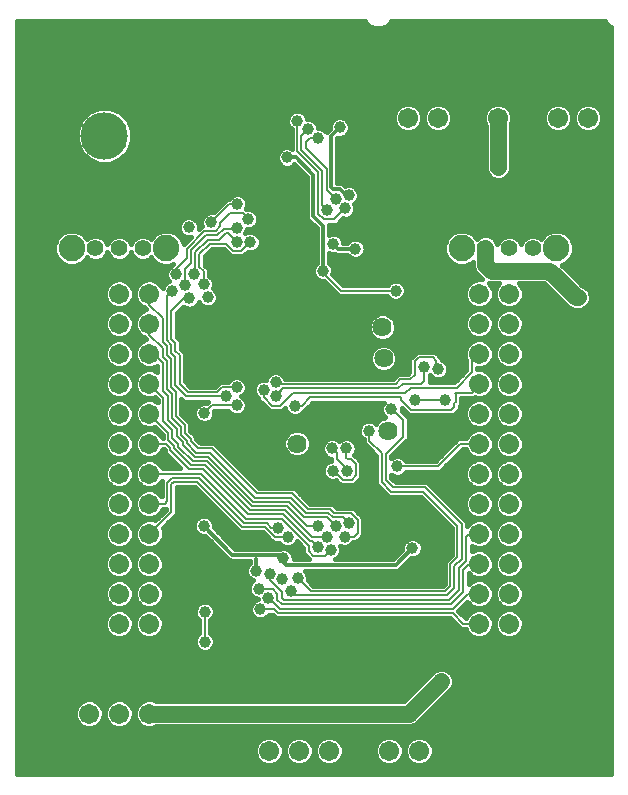
<source format=gbl>
G75*
G70*
%OFA0B0*%
%FSLAX24Y24*%
%IPPOS*%
%LPD*%
%AMOC8*
5,1,8,0,0,1.08239X$1,22.5*
%
%ADD10C,0.1580*%
%ADD11C,0.0673*%
%ADD12C,0.1400*%
%ADD13C,0.0550*%
%ADD14C,0.0885*%
%ADD15C,0.0500*%
%ADD16C,0.0640*%
%ADD17C,0.0390*%
%ADD18C,0.0080*%
%ADD19C,0.0560*%
%ADD20C,0.0160*%
%ADD21R,0.0476X0.0476*%
%ADD22C,0.0476*%
%ADD23C,0.0120*%
%ADD24C,0.0555*%
D10*
X004037Y021914D03*
X002187Y023095D03*
X004037Y024276D03*
D11*
X004534Y016650D03*
X004534Y015650D03*
X004534Y014650D03*
X004534Y013650D03*
X004534Y012650D03*
X004534Y011650D03*
X004534Y010650D03*
X004534Y009650D03*
X004534Y008650D03*
X004534Y007650D03*
X004534Y006650D03*
X004534Y005650D03*
X005534Y005650D03*
X005534Y006650D03*
X005534Y007650D03*
X005534Y008650D03*
X005534Y009650D03*
X005534Y010650D03*
X005534Y011650D03*
X005534Y012650D03*
X005534Y013650D03*
X005534Y014650D03*
X005534Y015650D03*
X005534Y016650D03*
X003534Y016650D03*
X003534Y015650D03*
X003534Y014650D03*
X003534Y013650D03*
X003534Y012650D03*
X003534Y011650D03*
X003534Y010650D03*
X003534Y009650D03*
X003534Y008650D03*
X003534Y007650D03*
X003534Y006650D03*
X003534Y005650D03*
X003534Y002650D03*
X004534Y002650D03*
X005534Y002650D03*
X007534Y001400D03*
X008534Y001400D03*
X009534Y001400D03*
X010534Y001400D03*
X011534Y001400D03*
X012534Y001400D03*
X013534Y001400D03*
X014534Y001400D03*
X016534Y002650D03*
X017534Y002650D03*
X018534Y002650D03*
X018534Y005650D03*
X018534Y006650D03*
X018534Y007650D03*
X018534Y008650D03*
X018534Y009650D03*
X018534Y010650D03*
X018534Y011650D03*
X018534Y012650D03*
X018534Y013650D03*
X018534Y014650D03*
X018534Y015650D03*
X018534Y016650D03*
X017534Y016650D03*
X017534Y015650D03*
X017534Y014650D03*
X017534Y013650D03*
X017534Y012650D03*
X017534Y011650D03*
X017534Y010650D03*
X017534Y009650D03*
X017534Y008650D03*
X017534Y007650D03*
X017534Y006650D03*
X017534Y005650D03*
X016534Y005650D03*
X016534Y006650D03*
X016534Y007650D03*
X016534Y008650D03*
X016534Y009650D03*
X016534Y010650D03*
X016534Y011650D03*
X016534Y012650D03*
X016534Y013650D03*
X016534Y014650D03*
X016534Y015650D03*
X016534Y016650D03*
X016154Y022500D03*
X015154Y022500D03*
X014154Y022500D03*
X017154Y022500D03*
X018154Y022500D03*
X019154Y022500D03*
X020154Y022500D03*
D12*
X020284Y018900D03*
X020284Y001400D03*
X001784Y001400D03*
X001784Y018900D03*
D13*
X003737Y018169D03*
X004524Y018169D03*
X005311Y018169D03*
X016737Y018169D03*
X017524Y018169D03*
X018311Y018169D03*
D14*
X019099Y018169D03*
X015949Y018169D03*
X006099Y018169D03*
X002949Y018169D03*
D15*
X001338Y020328D03*
D16*
X010464Y011650D03*
X013344Y014490D03*
X013304Y015530D03*
X013484Y012070D03*
D17*
X012854Y012080D03*
X012104Y011490D03*
X011624Y011490D03*
X011644Y010750D03*
X012124Y010750D03*
X012184Y008990D03*
X011744Y008890D03*
X011444Y008550D03*
X011584Y008110D03*
X011144Y008210D03*
X011144Y008890D03*
X010464Y007950D03*
X010004Y007830D03*
X009544Y007310D03*
X009104Y007410D03*
X009184Y006810D03*
X009504Y006490D03*
X009224Y006130D03*
X009964Y007130D03*
X010244Y006750D03*
X010484Y007170D03*
X010144Y008530D03*
X009824Y008850D03*
X012044Y008550D03*
X013804Y010890D03*
X013604Y012800D03*
X014384Y013110D03*
X014704Y014210D03*
X015164Y014130D03*
X015404Y013110D03*
X012744Y015150D03*
X012884Y015970D03*
X013744Y016750D03*
X012404Y018150D03*
X011664Y018310D03*
X011324Y017410D03*
X010504Y018420D03*
X010644Y019040D03*
X011464Y019450D03*
X011744Y019810D03*
X012064Y019490D03*
X012184Y019930D03*
X011164Y021830D03*
X010824Y022130D03*
X010464Y022410D03*
X009704Y022430D03*
X010124Y021190D03*
X008464Y019630D03*
X008824Y019130D03*
X008444Y018830D03*
X008444Y018370D03*
X008904Y018370D03*
X007604Y019030D03*
X006844Y018870D03*
X007024Y017290D03*
X007344Y016970D03*
X007484Y016530D03*
X006864Y016490D03*
X006724Y016950D03*
X006424Y017290D03*
X006304Y016750D03*
X007564Y014230D03*
X008444Y013530D03*
X008104Y013230D03*
X008444Y012930D03*
X009344Y013450D03*
X009744Y013230D03*
X009744Y013690D03*
X010384Y012910D03*
X010424Y014790D03*
X007364Y012670D03*
X007344Y008910D03*
X007244Y007750D03*
X007384Y006050D03*
X007384Y005050D03*
X011704Y004090D03*
X014304Y008170D03*
X015194Y007630D03*
X015264Y003730D03*
X019824Y016530D03*
X015804Y019410D03*
X015804Y019910D03*
X011884Y022190D03*
D18*
X011164Y021830D02*
X010884Y021830D01*
X010744Y021690D01*
X010744Y021510D01*
X011444Y020810D01*
X011444Y020110D01*
X011744Y019810D01*
X012064Y019490D02*
X011704Y019130D01*
X011344Y019130D01*
X011164Y019310D01*
X011164Y020690D01*
X010464Y021390D01*
X010464Y022410D01*
X010824Y022130D02*
X010604Y021910D01*
X010604Y021450D01*
X011304Y020750D01*
X011304Y019610D01*
X011464Y019450D01*
X011324Y017410D02*
X011324Y017350D01*
X011924Y016750D01*
X013744Y016750D01*
X012944Y015970D02*
X012884Y015970D01*
X014384Y014390D02*
X014384Y013950D01*
X014224Y013790D01*
X013904Y013790D01*
X013744Y013630D01*
X009804Y013630D01*
X009744Y013690D01*
X010004Y013490D02*
X013824Y013490D01*
X013984Y013650D01*
X014604Y013650D01*
X014704Y013750D01*
X014704Y014210D01*
X014524Y014530D02*
X014984Y014530D01*
X015104Y014410D01*
X015104Y014090D01*
X015144Y014130D01*
X015164Y014130D01*
X015104Y014090D02*
X015104Y014050D01*
X014524Y014530D02*
X014384Y014390D01*
X014244Y013510D02*
X015784Y013510D01*
X016284Y014050D01*
X016284Y014510D01*
X016424Y014650D01*
X016534Y014650D01*
X016534Y013650D02*
X016274Y013350D01*
X015724Y013350D01*
X015744Y013290D01*
X015744Y013030D01*
X015704Y012990D01*
X015704Y012870D01*
X015604Y012770D01*
X014264Y012770D01*
X013924Y013110D01*
X013924Y013170D01*
X013904Y013190D01*
X010904Y013190D01*
X010624Y012910D01*
X010384Y012910D01*
X010324Y013350D02*
X014044Y013350D01*
X014244Y013510D01*
X014384Y013110D02*
X015404Y013110D01*
X015904Y011650D02*
X015144Y010890D01*
X013804Y010890D01*
X013424Y011300D02*
X013424Y010430D01*
X013664Y010190D01*
X014714Y010190D01*
X015944Y008960D01*
X015944Y007820D01*
X015704Y007580D01*
X015704Y006830D01*
X015464Y006590D01*
X010404Y006590D01*
X010244Y006750D01*
X009944Y006710D02*
X009944Y006510D01*
X010024Y006430D01*
X015524Y006430D01*
X015864Y006770D01*
X015864Y007510D01*
X016104Y007750D01*
X016104Y008530D01*
X016204Y008630D01*
X016514Y008630D01*
X016534Y008650D01*
X015794Y008900D02*
X015794Y007880D01*
X015554Y007640D01*
X015554Y006890D01*
X015404Y006740D01*
X010914Y006740D01*
X010484Y007170D01*
X009944Y006710D02*
X009544Y007110D01*
X009544Y007310D01*
X009664Y006790D02*
X009204Y006790D01*
X009184Y006810D01*
X009504Y006490D02*
X009524Y006470D01*
X009564Y006470D01*
X009884Y006150D01*
X015644Y006150D01*
X016144Y006650D01*
X016534Y006650D01*
X016004Y006710D02*
X016004Y007450D01*
X016204Y007650D01*
X016534Y007650D01*
X016004Y006710D02*
X015584Y006290D01*
X009944Y006290D01*
X009804Y006430D01*
X009804Y006650D01*
X009664Y006790D01*
X009704Y006130D02*
X009224Y006130D01*
X009304Y006210D01*
X009704Y006130D02*
X009824Y006010D01*
X015644Y006010D01*
X016004Y005650D01*
X016534Y005650D01*
X015794Y008900D02*
X014654Y010040D01*
X013604Y010040D01*
X013274Y010370D01*
X013274Y011330D01*
X012854Y011750D01*
X012854Y012080D01*
X012104Y011490D02*
X012104Y011170D01*
X012144Y011130D01*
X012264Y011130D01*
X012424Y010970D01*
X012424Y010590D01*
X012284Y010450D01*
X011984Y010450D01*
X011684Y010750D01*
X011644Y010750D01*
X011784Y011130D02*
X011784Y011330D01*
X011624Y011490D01*
X011784Y011130D02*
X012124Y010790D01*
X012124Y010750D01*
X011564Y009470D02*
X011704Y009330D01*
X012264Y009330D01*
X012484Y009110D01*
X012484Y008670D01*
X012364Y008550D01*
X012044Y008550D01*
X011744Y008890D02*
X011444Y009190D01*
X010704Y009190D01*
X010184Y009710D01*
X009004Y009710D01*
X007504Y011210D01*
X007044Y011210D01*
X006644Y011610D01*
X006644Y011690D01*
X006444Y011890D01*
X006444Y012150D01*
X006144Y012450D01*
X006144Y013250D01*
X005984Y013410D01*
X005984Y014350D01*
X005684Y014650D01*
X005534Y014650D01*
X005984Y014550D02*
X006124Y014410D01*
X006124Y013470D01*
X006284Y013310D01*
X006284Y012510D01*
X006584Y012210D01*
X006584Y011950D01*
X006784Y011750D01*
X006784Y011670D01*
X007104Y011350D01*
X007564Y011350D01*
X009064Y009850D01*
X010244Y009850D01*
X010764Y009330D01*
X011504Y009330D01*
X011644Y009190D01*
X011984Y009190D01*
X012184Y008990D01*
X011564Y009470D02*
X010824Y009470D01*
X010304Y009990D01*
X009124Y009990D01*
X007624Y011490D01*
X007164Y011490D01*
X006924Y011730D01*
X006924Y011810D01*
X006724Y012010D01*
X006724Y012270D01*
X006424Y012570D01*
X006424Y013370D01*
X006264Y013530D01*
X006264Y014470D01*
X006124Y014610D01*
X006124Y014890D01*
X005984Y015030D01*
X005984Y015830D01*
X005534Y016280D01*
X005534Y016650D01*
X006124Y016570D02*
X006304Y016750D01*
X006124Y016570D02*
X006124Y015090D01*
X006264Y014950D01*
X006264Y014670D01*
X006404Y014530D01*
X006404Y013590D01*
X006764Y013230D01*
X008104Y013230D01*
X007804Y013370D02*
X006824Y013370D01*
X006544Y013650D01*
X006544Y014590D01*
X006404Y014730D01*
X006404Y015010D01*
X006264Y015150D01*
X006264Y016070D01*
X006684Y016490D01*
X006864Y016490D01*
X006724Y016950D02*
X006724Y017470D01*
X006924Y017670D01*
X006924Y018090D01*
X007424Y018590D01*
X007804Y018590D01*
X008024Y018810D01*
X008424Y018810D01*
X008444Y018830D01*
X008144Y018670D02*
X008444Y018370D01*
X008324Y018070D02*
X008584Y018070D01*
X008884Y018370D01*
X008904Y018370D01*
X008824Y019130D02*
X008824Y019170D01*
X008664Y019330D01*
X008224Y019330D01*
X007904Y019010D01*
X007904Y018890D01*
X007744Y018730D01*
X007364Y018730D01*
X006784Y018150D01*
X006784Y017830D01*
X006424Y017470D01*
X006424Y017290D01*
X007024Y017290D02*
X007064Y017330D01*
X007064Y018030D01*
X007484Y018450D01*
X007864Y018450D01*
X008084Y018670D01*
X008144Y018670D01*
X008084Y018310D02*
X008324Y018070D01*
X008084Y018310D02*
X007544Y018310D01*
X007204Y017970D01*
X007204Y017530D01*
X007344Y017390D01*
X007344Y016970D01*
X007604Y019030D02*
X008204Y019630D01*
X008464Y019630D01*
X005534Y015650D02*
X005534Y015280D01*
X005984Y014830D01*
X005984Y014550D01*
X005534Y013650D02*
X006004Y013180D01*
X006004Y012390D01*
X006304Y012090D01*
X006304Y011830D01*
X006504Y011630D01*
X006504Y011550D01*
X006984Y011070D01*
X007444Y011070D01*
X008944Y009570D01*
X010124Y009570D01*
X010804Y008890D01*
X011144Y008890D01*
X010944Y008550D02*
X011444Y008550D01*
X011584Y008110D02*
X011384Y007910D01*
X011004Y007910D01*
X010844Y008070D01*
X010844Y008250D01*
X009944Y009150D01*
X008764Y009150D01*
X007264Y010650D01*
X005534Y010650D01*
X006124Y010350D02*
X006124Y009730D01*
X006044Y009650D01*
X005534Y009650D01*
X006264Y009380D02*
X005534Y008650D01*
X006264Y009380D02*
X006264Y010290D01*
X006344Y010370D01*
X007124Y010370D01*
X008624Y008870D01*
X009384Y008870D01*
X009724Y008530D01*
X010144Y008530D01*
X009824Y008850D02*
X009604Y008850D01*
X009444Y009010D01*
X008684Y009010D01*
X007184Y010510D01*
X006284Y010510D01*
X006124Y010350D01*
X006864Y010790D02*
X006224Y011430D01*
X006224Y011510D01*
X006084Y011650D01*
X005534Y011650D01*
X006164Y011770D02*
X006364Y011570D01*
X006364Y011490D01*
X006924Y010930D01*
X007384Y010930D01*
X008884Y009430D01*
X010064Y009430D01*
X010944Y008550D01*
X010944Y008410D02*
X010884Y008410D01*
X010004Y009290D01*
X008824Y009290D01*
X007324Y010790D01*
X006864Y010790D01*
X006164Y011770D02*
X006164Y012020D01*
X005534Y012650D01*
X007364Y012670D02*
X007624Y012930D01*
X008444Y012930D01*
X008444Y013530D02*
X007964Y013530D01*
X007804Y013370D01*
X009344Y013450D02*
X009344Y013190D01*
X009624Y012910D01*
X009884Y012910D01*
X010324Y013350D01*
X010004Y013490D02*
X009744Y013230D01*
X009944Y013430D01*
X010424Y014790D02*
X010444Y014790D01*
X010464Y014810D01*
X013424Y011300D02*
X013994Y011870D01*
X013994Y012440D01*
X013634Y012800D01*
X013604Y012800D01*
X015904Y011650D02*
X016534Y011650D01*
X011144Y008210D02*
X010944Y008410D01*
X007384Y006050D02*
X007384Y005050D01*
D19*
X005534Y002650D02*
X014184Y002650D01*
X015264Y003730D01*
X019764Y016530D02*
X018984Y017310D01*
X018964Y017310D01*
X018864Y017410D01*
X016944Y017410D01*
X016737Y017617D01*
X016737Y018169D01*
X017164Y020870D02*
X017164Y022490D01*
X017154Y022500D01*
X019764Y016530D02*
X019824Y016530D01*
D20*
X001134Y025730D02*
X001134Y000650D01*
X020914Y000650D01*
X020914Y025553D01*
X020868Y025572D01*
X020726Y025714D01*
X020719Y025730D01*
X013589Y025730D01*
X013582Y025714D01*
X013440Y025572D01*
X013255Y025495D01*
X013054Y025495D01*
X012868Y025572D01*
X012726Y025714D01*
X012719Y025730D01*
X001134Y025730D01*
X001134Y025674D02*
X012766Y025674D01*
X013004Y025515D02*
X001134Y025515D01*
X001134Y025357D02*
X020914Y025357D01*
X020914Y025515D02*
X013304Y025515D01*
X013542Y025674D02*
X020766Y025674D01*
X020914Y025198D02*
X001134Y025198D01*
X001134Y025040D02*
X020914Y025040D01*
X020914Y024881D02*
X001134Y024881D01*
X001134Y024723D02*
X020914Y024723D01*
X020914Y024564D02*
X001134Y024564D01*
X001134Y024406D02*
X020914Y024406D01*
X020914Y024247D02*
X001134Y024247D01*
X001134Y024089D02*
X020914Y024089D01*
X020914Y023930D02*
X001134Y023930D01*
X001134Y023771D02*
X020914Y023771D01*
X020914Y023613D02*
X001134Y023613D01*
X001134Y023454D02*
X020914Y023454D01*
X020914Y023296D02*
X001134Y023296D01*
X001134Y023137D02*
X020914Y023137D01*
X020914Y022979D02*
X001134Y022979D01*
X001134Y022820D02*
X003795Y022820D01*
X003852Y022844D02*
X003510Y022702D01*
X003249Y022441D01*
X003107Y022099D01*
X003107Y021729D01*
X003249Y021387D01*
X003510Y021125D01*
X003852Y020984D01*
X004222Y020984D01*
X004564Y021125D01*
X004825Y021387D01*
X004967Y021729D01*
X004967Y022099D01*
X004825Y022441D01*
X004564Y022702D01*
X004222Y022844D01*
X003852Y022844D01*
X003470Y022662D02*
X001134Y022662D01*
X001134Y022503D02*
X003311Y022503D01*
X003209Y022345D02*
X001134Y022345D01*
X001134Y022186D02*
X003143Y022186D01*
X003107Y022027D02*
X001134Y022027D01*
X001134Y021869D02*
X003107Y021869D01*
X003115Y021710D02*
X001134Y021710D01*
X001134Y021552D02*
X003180Y021552D01*
X003246Y021393D02*
X001134Y021393D01*
X001134Y021235D02*
X003401Y021235D01*
X003629Y021076D02*
X001134Y021076D01*
X001134Y020918D02*
X009923Y020918D01*
X009934Y020906D02*
X010057Y020855D01*
X010191Y020855D01*
X010314Y020906D01*
X010368Y020960D01*
X010785Y020528D01*
X010804Y019228D01*
X010804Y019147D01*
X010805Y019146D01*
X010805Y019144D01*
X010863Y019088D01*
X011124Y018827D01*
X011124Y017684D01*
X011040Y017600D01*
X010989Y017477D01*
X010989Y017343D01*
X011040Y017220D01*
X011134Y017126D01*
X011257Y017075D01*
X011345Y017075D01*
X011850Y016570D01*
X011999Y016570D01*
X013456Y016570D01*
X013460Y016560D01*
X013554Y016466D01*
X013677Y016415D01*
X013811Y016415D01*
X013934Y016466D01*
X014028Y016560D01*
X014079Y016683D01*
X014079Y016817D01*
X014028Y016940D01*
X013934Y017034D01*
X013811Y017085D01*
X013677Y017085D01*
X013554Y017034D01*
X013460Y016940D01*
X013456Y016930D01*
X011999Y016930D01*
X011637Y017291D01*
X011659Y017343D01*
X011659Y017477D01*
X011608Y017600D01*
X011524Y017684D01*
X011524Y018005D01*
X011597Y017975D01*
X011716Y017975D01*
X011741Y017950D01*
X011907Y017950D01*
X012130Y017950D01*
X012214Y017866D01*
X012337Y017815D01*
X012471Y017815D01*
X012594Y017866D01*
X012688Y017960D01*
X012739Y018083D01*
X012739Y018217D01*
X012688Y018340D01*
X012594Y018434D01*
X012471Y018485D01*
X012337Y018485D01*
X012214Y018434D01*
X012130Y018350D01*
X011999Y018350D01*
X011999Y018377D01*
X011948Y018500D01*
X011854Y018594D01*
X011731Y018645D01*
X011597Y018645D01*
X011524Y018614D01*
X011524Y018827D01*
X011524Y018950D01*
X011630Y018950D01*
X011779Y018950D01*
X011988Y019159D01*
X011997Y019155D01*
X012131Y019155D01*
X012254Y019206D01*
X012348Y019300D01*
X012399Y019423D01*
X012399Y019557D01*
X012364Y019642D01*
X012374Y019646D01*
X012468Y019740D01*
X012519Y019863D01*
X012519Y019997D01*
X012468Y020120D01*
X012374Y020214D01*
X012251Y020265D01*
X012117Y020265D01*
X012057Y020240D01*
X011967Y020330D01*
X011804Y020330D01*
X011804Y021827D01*
X011832Y021855D01*
X011951Y021855D01*
X012074Y021906D01*
X012168Y022000D01*
X012219Y022123D01*
X012219Y022257D01*
X012168Y022380D01*
X012074Y022474D01*
X011951Y022525D01*
X011817Y022525D01*
X011694Y022474D01*
X011600Y022380D01*
X011549Y022257D01*
X011549Y022138D01*
X011440Y022028D01*
X011354Y022114D01*
X011231Y022165D01*
X011159Y022165D01*
X011159Y022197D01*
X011108Y022320D01*
X011014Y022414D01*
X010891Y022465D01*
X010799Y022465D01*
X010799Y022477D01*
X010748Y022600D01*
X010654Y022694D01*
X010531Y022745D01*
X010397Y022745D01*
X010274Y022694D01*
X010180Y022600D01*
X010129Y022477D01*
X010129Y022343D01*
X010180Y022220D01*
X010274Y022126D01*
X010284Y022122D01*
X010284Y021486D01*
X010191Y021525D01*
X010057Y021525D01*
X009934Y021474D01*
X009840Y021380D01*
X009789Y021257D01*
X009789Y021123D01*
X009840Y021000D01*
X009934Y020906D01*
X009809Y021076D02*
X004445Y021076D01*
X004673Y021235D02*
X009789Y021235D01*
X009854Y021393D02*
X004828Y021393D01*
X004894Y021552D02*
X010284Y021552D01*
X010284Y021710D02*
X004959Y021710D01*
X004967Y021869D02*
X010284Y021869D01*
X010284Y022027D02*
X004967Y022027D01*
X004931Y022186D02*
X010214Y022186D01*
X010129Y022345D02*
X004865Y022345D01*
X004763Y022503D02*
X010140Y022503D01*
X010242Y022662D02*
X004605Y022662D01*
X004279Y022820D02*
X013800Y022820D01*
X013750Y022770D02*
X013884Y022904D01*
X014059Y022976D01*
X014249Y022976D01*
X014424Y022904D01*
X014558Y022770D01*
X014631Y022595D01*
X014631Y022405D01*
X014558Y022230D01*
X014424Y022096D01*
X014249Y022023D01*
X014059Y022023D01*
X013884Y022096D01*
X013750Y022230D01*
X013678Y022405D01*
X013678Y022595D01*
X013750Y022770D01*
X013705Y022662D02*
X010686Y022662D01*
X010788Y022503D02*
X011765Y022503D01*
X012003Y022503D02*
X013678Y022503D01*
X013703Y022345D02*
X012183Y022345D01*
X012219Y022186D02*
X013794Y022186D01*
X014049Y022027D02*
X012179Y022027D01*
X011984Y021869D02*
X016744Y021869D01*
X016744Y022027D02*
X015259Y022027D01*
X015249Y022023D02*
X015424Y022096D01*
X015558Y022230D01*
X015631Y022405D01*
X015631Y022595D01*
X015558Y022770D01*
X015424Y022904D01*
X015249Y022976D01*
X015059Y022976D01*
X014884Y022904D01*
X014750Y022770D01*
X014678Y022595D01*
X014678Y022405D01*
X014750Y022230D01*
X014884Y022096D01*
X015059Y022023D01*
X015249Y022023D01*
X015049Y022027D02*
X014259Y022027D01*
X014514Y022186D02*
X014794Y022186D01*
X014703Y022345D02*
X014605Y022345D01*
X014631Y022503D02*
X014678Y022503D01*
X014705Y022662D02*
X014603Y022662D01*
X014508Y022820D02*
X014800Y022820D01*
X015508Y022820D02*
X016800Y022820D01*
X016750Y022770D02*
X016678Y022595D01*
X016678Y022405D01*
X016744Y022244D01*
X016744Y020786D01*
X016808Y020632D01*
X016926Y020514D01*
X017081Y020450D01*
X017248Y020450D01*
X017402Y020514D01*
X017520Y020632D01*
X017584Y020786D01*
X017584Y022293D01*
X017631Y022405D01*
X017631Y022595D01*
X017558Y022770D01*
X017424Y022904D01*
X017249Y022976D01*
X017059Y022976D01*
X016884Y022904D01*
X016750Y022770D01*
X016705Y022662D02*
X015603Y022662D01*
X015631Y022503D02*
X016678Y022503D01*
X016703Y022345D02*
X015605Y022345D01*
X015514Y022186D02*
X016744Y022186D01*
X016744Y021710D02*
X011804Y021710D01*
X011804Y021552D02*
X016744Y021552D01*
X016744Y021393D02*
X011804Y021393D01*
X011804Y021235D02*
X016744Y021235D01*
X016744Y021076D02*
X011804Y021076D01*
X011804Y020918D02*
X016744Y020918D01*
X016755Y020759D02*
X011804Y020759D01*
X011804Y020601D02*
X016839Y020601D01*
X017489Y020601D02*
X020914Y020601D01*
X020914Y020759D02*
X017573Y020759D01*
X017584Y020918D02*
X020914Y020918D01*
X020914Y021076D02*
X017584Y021076D01*
X017584Y021235D02*
X020914Y021235D01*
X020914Y021393D02*
X017584Y021393D01*
X017584Y021552D02*
X020914Y021552D01*
X020914Y021710D02*
X017584Y021710D01*
X017584Y021869D02*
X020914Y021869D01*
X020914Y022027D02*
X020259Y022027D01*
X020249Y022023D02*
X020424Y022096D01*
X020558Y022230D01*
X020631Y022405D01*
X020631Y022595D01*
X020558Y022770D01*
X020424Y022904D01*
X020249Y022976D01*
X020059Y022976D01*
X019884Y022904D01*
X019750Y022770D01*
X019678Y022595D01*
X019678Y022405D01*
X019750Y022230D01*
X019884Y022096D01*
X020059Y022023D01*
X020249Y022023D01*
X020049Y022027D02*
X019259Y022027D01*
X019249Y022023D02*
X019424Y022096D01*
X019558Y022230D01*
X019631Y022405D01*
X019631Y022595D01*
X019558Y022770D01*
X019424Y022904D01*
X019249Y022976D01*
X019059Y022976D01*
X018884Y022904D01*
X018750Y022770D01*
X018678Y022595D01*
X018678Y022405D01*
X018750Y022230D01*
X018884Y022096D01*
X019059Y022023D01*
X019249Y022023D01*
X019049Y022027D02*
X017584Y022027D01*
X017584Y022186D02*
X018794Y022186D01*
X018703Y022345D02*
X017605Y022345D01*
X017631Y022503D02*
X018678Y022503D01*
X018705Y022662D02*
X017603Y022662D01*
X017508Y022820D02*
X018800Y022820D01*
X019508Y022820D02*
X019800Y022820D01*
X019705Y022662D02*
X019603Y022662D01*
X019631Y022503D02*
X019678Y022503D01*
X019703Y022345D02*
X019605Y022345D01*
X019514Y022186D02*
X019794Y022186D01*
X020514Y022186D02*
X020914Y022186D01*
X020914Y022345D02*
X020605Y022345D01*
X020631Y022503D02*
X020914Y022503D01*
X020914Y022662D02*
X020603Y022662D01*
X020508Y022820D02*
X020914Y022820D01*
X020914Y020442D02*
X011804Y020442D01*
X012013Y020283D02*
X020914Y020283D01*
X020914Y020125D02*
X012463Y020125D01*
X012519Y019966D02*
X020914Y019966D01*
X020914Y019808D02*
X012496Y019808D01*
X012377Y019649D02*
X020914Y019649D01*
X020914Y019491D02*
X012399Y019491D01*
X012361Y019332D02*
X020914Y019332D01*
X020914Y019174D02*
X012176Y019174D01*
X011844Y019015D02*
X020914Y019015D01*
X020914Y018857D02*
X011524Y018857D01*
X011524Y018698D02*
X015704Y018698D01*
X015619Y018663D02*
X015455Y018499D01*
X015367Y018285D01*
X015367Y018053D01*
X015455Y017839D01*
X015619Y017675D01*
X015833Y017587D01*
X016065Y017587D01*
X016279Y017675D01*
X016317Y017713D01*
X016317Y017534D01*
X016381Y017379D01*
X016499Y017261D01*
X016637Y017123D01*
X016629Y017126D01*
X016439Y017126D01*
X016264Y017054D01*
X016130Y016920D01*
X016058Y016745D01*
X016058Y016555D01*
X016130Y016380D01*
X016264Y016246D01*
X016439Y016173D01*
X016629Y016173D01*
X016804Y016246D01*
X016938Y016380D01*
X017011Y016555D01*
X017011Y016745D01*
X016938Y016920D01*
X016868Y016990D01*
X017028Y016990D01*
X017200Y016990D01*
X017130Y016920D01*
X017058Y016745D01*
X017058Y016555D01*
X017130Y016380D01*
X017264Y016246D01*
X017439Y016173D01*
X017629Y016173D01*
X017804Y016246D01*
X017938Y016380D01*
X018011Y016555D01*
X018011Y016745D01*
X017938Y016920D01*
X017868Y016990D01*
X018690Y016990D01*
X018726Y016954D01*
X017904Y016954D01*
X017990Y016796D02*
X018905Y016796D01*
X018760Y016940D02*
X019526Y016174D01*
X019681Y016110D01*
X019848Y016110D01*
X019908Y016110D01*
X020062Y016174D01*
X020180Y016292D01*
X020244Y016446D01*
X020244Y016613D01*
X020180Y016768D01*
X020062Y016886D01*
X019960Y016928D01*
X019340Y017548D01*
X019276Y017612D01*
X019429Y017675D01*
X019593Y017839D01*
X019681Y018053D01*
X019681Y018285D01*
X019593Y018499D01*
X019429Y018663D01*
X019215Y018752D01*
X018983Y018752D01*
X018769Y018663D01*
X018605Y018499D01*
X018594Y018473D01*
X018547Y018521D01*
X018394Y018584D01*
X018229Y018584D01*
X018076Y018521D01*
X017960Y018404D01*
X017918Y018303D01*
X017876Y018404D01*
X017759Y018521D01*
X017607Y018584D01*
X017441Y018584D01*
X017289Y018521D01*
X017172Y018404D01*
X017133Y018310D01*
X017093Y018407D01*
X016975Y018525D01*
X016820Y018589D01*
X016653Y018589D01*
X016499Y018525D01*
X016452Y018478D01*
X016443Y018499D01*
X016279Y018663D01*
X016065Y018752D01*
X015833Y018752D01*
X015619Y018663D01*
X015496Y018539D02*
X011908Y018539D01*
X011997Y018381D02*
X012161Y018381D01*
X012175Y017905D02*
X011524Y017905D01*
X011524Y017747D02*
X015548Y017747D01*
X015428Y017905D02*
X012633Y017905D01*
X012731Y018064D02*
X015367Y018064D01*
X015367Y018222D02*
X012737Y018222D01*
X012647Y018381D02*
X015407Y018381D01*
X015829Y017588D02*
X011613Y017588D01*
X011659Y017430D02*
X016360Y017430D01*
X016317Y017588D02*
X016069Y017588D01*
X016489Y017271D02*
X011657Y017271D01*
X011816Y017113D02*
X016406Y017113D01*
X016164Y016954D02*
X014014Y016954D01*
X014079Y016796D02*
X016079Y016796D01*
X016058Y016637D02*
X014060Y016637D01*
X013946Y016478D02*
X016089Y016478D01*
X016190Y016320D02*
X007748Y016320D01*
X007768Y016340D02*
X007674Y016246D01*
X007551Y016195D01*
X007417Y016195D01*
X007294Y016246D01*
X007200Y016340D01*
X007182Y016383D01*
X007148Y016300D01*
X007054Y016206D01*
X006931Y016155D01*
X006797Y016155D01*
X006674Y016206D01*
X006664Y016216D01*
X006444Y015995D01*
X006444Y015224D01*
X006584Y015084D01*
X006584Y014935D01*
X006584Y014804D01*
X006724Y014664D01*
X006724Y014515D01*
X006724Y013724D01*
X006899Y013550D01*
X007730Y013550D01*
X007890Y013710D01*
X008039Y013710D01*
X008156Y013710D01*
X008160Y013720D01*
X008254Y013814D01*
X008377Y013865D01*
X008511Y013865D01*
X008634Y013814D01*
X008728Y013720D01*
X008779Y013597D01*
X008779Y013463D01*
X008728Y013340D01*
X008634Y013246D01*
X008595Y013230D01*
X008634Y013214D01*
X008728Y013120D01*
X008779Y012997D01*
X008779Y012863D01*
X008728Y012740D01*
X008634Y012646D01*
X008511Y012595D01*
X008377Y012595D01*
X008254Y012646D01*
X008160Y012740D01*
X008156Y012750D01*
X007699Y012750D01*
X007695Y012746D01*
X007699Y012737D01*
X007699Y012603D01*
X007648Y012480D01*
X007554Y012386D01*
X007431Y012335D01*
X007297Y012335D01*
X007174Y012386D01*
X007080Y012480D01*
X007029Y012603D01*
X007029Y012737D01*
X007080Y012860D01*
X007174Y012954D01*
X007297Y013005D01*
X007431Y013005D01*
X007440Y013001D01*
X007490Y013050D01*
X006839Y013050D01*
X006690Y013050D01*
X006604Y013135D01*
X006604Y012644D01*
X006904Y012344D01*
X006904Y012195D01*
X006904Y012084D01*
X006999Y011990D01*
X006999Y011990D01*
X007104Y011884D01*
X007104Y011804D01*
X007239Y011670D01*
X007550Y011670D01*
X007699Y011670D01*
X009199Y010170D01*
X010230Y010170D01*
X010379Y010170D01*
X010899Y009650D01*
X011490Y009650D01*
X011639Y009650D01*
X011779Y009510D01*
X012190Y009510D01*
X012339Y009510D01*
X012559Y009290D01*
X012664Y009184D01*
X012664Y008744D01*
X012664Y008595D01*
X012544Y008475D01*
X012439Y008370D01*
X012332Y008370D01*
X012328Y008360D01*
X012234Y008266D01*
X012111Y008215D01*
X011977Y008215D01*
X011888Y008252D01*
X011919Y008177D01*
X011919Y008043D01*
X011868Y007920D01*
X011774Y007826D01*
X011735Y007810D01*
X013661Y007810D01*
X013969Y008118D01*
X013969Y008237D01*
X014020Y008360D01*
X014114Y008454D01*
X014237Y008505D01*
X014371Y008505D01*
X014494Y008454D01*
X014588Y008360D01*
X014639Y008237D01*
X014639Y008103D01*
X014588Y007980D01*
X014494Y007886D01*
X014371Y007835D01*
X014252Y007835D01*
X013827Y007410D01*
X013661Y007410D01*
X010718Y007410D01*
X010768Y007360D01*
X010819Y007237D01*
X010819Y007103D01*
X010815Y007094D01*
X010989Y006920D01*
X015330Y006920D01*
X015374Y006964D01*
X015374Y007565D01*
X015374Y007714D01*
X015614Y007954D01*
X015614Y008825D01*
X014580Y009860D01*
X013679Y009860D01*
X013530Y009860D01*
X013200Y010190D01*
X013094Y010295D01*
X012384Y010295D01*
X012359Y010270D02*
X012499Y010410D01*
X012604Y010515D01*
X012604Y010895D01*
X012604Y011044D01*
X012444Y011204D01*
X012368Y011280D01*
X012388Y011300D01*
X012439Y011423D01*
X012439Y011557D01*
X012388Y011680D01*
X012294Y011774D01*
X012171Y011825D01*
X012037Y011825D01*
X011914Y011774D01*
X011864Y011724D01*
X011814Y011774D01*
X011691Y011825D01*
X011557Y011825D01*
X011434Y011774D01*
X011340Y011680D01*
X011289Y011557D01*
X011289Y011423D01*
X011340Y011300D01*
X011434Y011206D01*
X011557Y011155D01*
X011604Y011155D01*
X011604Y011085D01*
X011577Y011085D01*
X011454Y011034D01*
X011360Y010940D01*
X011309Y010817D01*
X011309Y010683D01*
X011360Y010560D01*
X011454Y010466D01*
X011577Y010415D01*
X011711Y010415D01*
X011749Y010431D01*
X011804Y010375D01*
X011910Y010270D01*
X012210Y010270D01*
X012359Y010270D01*
X012542Y010454D02*
X013094Y010454D01*
X013094Y010612D02*
X012604Y010612D01*
X012604Y010771D02*
X013094Y010771D01*
X013094Y010929D02*
X012604Y010929D01*
X012561Y011088D02*
X013094Y011088D01*
X013094Y011246D02*
X012402Y011246D01*
X012431Y011405D02*
X012944Y011405D01*
X013094Y011255D02*
X013094Y010295D01*
X013253Y010137D02*
X010412Y010137D01*
X010570Y009978D02*
X013411Y009978D01*
X013739Y010370D02*
X013604Y010504D01*
X013604Y010616D01*
X013614Y010606D01*
X013737Y010555D01*
X013871Y010555D01*
X013994Y010606D01*
X014088Y010700D01*
X014092Y010710D01*
X015219Y010710D01*
X015324Y010815D01*
X015979Y011470D01*
X016093Y011470D01*
X016130Y011380D01*
X016264Y011246D01*
X016439Y011173D01*
X016629Y011173D01*
X016804Y011246D01*
X016938Y011380D01*
X017011Y011555D01*
X017011Y011745D01*
X016938Y011920D01*
X016804Y012054D01*
X016629Y012126D01*
X016439Y012126D01*
X016264Y012054D01*
X016130Y011920D01*
X016093Y011830D01*
X015979Y011830D01*
X015830Y011830D01*
X015070Y011070D01*
X014092Y011070D01*
X014088Y011080D01*
X013994Y011174D01*
X013871Y011225D01*
X013737Y011225D01*
X013614Y011174D01*
X013604Y011164D01*
X013604Y011225D01*
X014069Y011690D01*
X014174Y011795D01*
X014174Y012365D01*
X014174Y012514D01*
X013939Y012749D01*
X013939Y012840D01*
X014084Y012695D01*
X014190Y012590D01*
X015530Y012590D01*
X015679Y012590D01*
X015779Y012690D01*
X015884Y012795D01*
X015884Y012915D01*
X015924Y012955D01*
X015924Y013170D01*
X016207Y013170D01*
X016213Y013165D01*
X016280Y013170D01*
X016349Y013170D01*
X016354Y013175D01*
X016361Y013176D01*
X016380Y013198D01*
X016439Y013173D01*
X016629Y013173D01*
X016804Y013246D01*
X016938Y013380D01*
X017011Y013555D01*
X017011Y013745D01*
X016938Y013920D01*
X016804Y014054D01*
X016629Y014126D01*
X016464Y014126D01*
X016464Y014173D01*
X016629Y014173D01*
X016804Y014246D01*
X016938Y014380D01*
X017011Y014555D01*
X017011Y014745D01*
X016938Y014920D01*
X016804Y015054D01*
X016629Y015126D01*
X016439Y015126D01*
X016264Y015054D01*
X016130Y014920D01*
X016058Y014745D01*
X016058Y014555D01*
X016104Y014443D01*
X016104Y014435D01*
X016104Y014120D01*
X015705Y013690D01*
X014884Y013690D01*
X014884Y013922D01*
X014894Y013926D01*
X014974Y013846D01*
X015097Y013795D01*
X015231Y013795D01*
X015354Y013846D01*
X015448Y013940D01*
X015499Y014063D01*
X015499Y014197D01*
X015448Y014320D01*
X015354Y014414D01*
X015284Y014443D01*
X015284Y014484D01*
X015179Y014590D01*
X015059Y014710D01*
X014910Y014710D01*
X014450Y014710D01*
X014344Y014604D01*
X014204Y014464D01*
X014204Y014315D01*
X014204Y014024D01*
X014150Y013970D01*
X013830Y013970D01*
X013724Y013864D01*
X013670Y013810D01*
X010057Y013810D01*
X010028Y013880D01*
X009934Y013974D01*
X009811Y014025D01*
X009677Y014025D01*
X009554Y013974D01*
X009460Y013880D01*
X009419Y013781D01*
X009411Y013785D01*
X009277Y013785D01*
X009154Y013734D01*
X009060Y013640D01*
X009009Y013517D01*
X009009Y013383D01*
X009060Y013260D01*
X009154Y013166D01*
X009164Y013162D01*
X009164Y013115D01*
X009444Y012835D01*
X009550Y012730D01*
X009810Y012730D01*
X009959Y012730D01*
X010056Y012827D01*
X010100Y012720D01*
X010194Y012626D01*
X010317Y012575D01*
X010451Y012575D01*
X010574Y012626D01*
X010668Y012720D01*
X010672Y012730D01*
X010699Y012730D01*
X010979Y013010D01*
X013340Y013010D01*
X013320Y012990D01*
X013269Y012867D01*
X013269Y012733D01*
X013320Y012610D01*
X013400Y012530D01*
X013393Y012530D01*
X013224Y012460D01*
X013094Y012330D01*
X013089Y012319D01*
X013044Y012364D01*
X012921Y012415D01*
X012787Y012415D01*
X012664Y012364D01*
X012570Y012270D01*
X012519Y012147D01*
X012519Y012013D01*
X012570Y011890D01*
X012664Y011796D01*
X012674Y011792D01*
X012674Y011675D01*
X012780Y011570D01*
X013094Y011255D01*
X012786Y011564D02*
X012436Y011564D01*
X012346Y011722D02*
X012674Y011722D01*
X012580Y011881D02*
X010866Y011881D01*
X010854Y011910D02*
X010725Y012040D01*
X010556Y012110D01*
X010373Y012110D01*
X010204Y012040D01*
X010074Y011910D01*
X010004Y011741D01*
X010004Y011558D01*
X010074Y011389D01*
X010204Y011260D01*
X010373Y011190D01*
X010556Y011190D01*
X010725Y011260D01*
X010854Y011389D01*
X010924Y011558D01*
X010924Y011741D01*
X010854Y011910D01*
X010725Y012039D02*
X012519Y012039D01*
X012540Y012198D02*
X006904Y012198D01*
X006892Y012356D02*
X007246Y012356D01*
X007482Y012356D02*
X012657Y012356D01*
X013051Y012356D02*
X013120Y012356D01*
X013356Y012515D02*
X007662Y012515D01*
X007699Y012673D02*
X008227Y012673D01*
X008661Y012673D02*
X010147Y012673D01*
X010621Y012673D02*
X013294Y012673D01*
X013269Y012832D02*
X010801Y012832D01*
X010959Y012990D02*
X013321Y012990D01*
X013939Y012832D02*
X013948Y012832D01*
X014015Y012673D02*
X014106Y012673D01*
X014174Y012515D02*
X016074Y012515D01*
X016058Y012555D02*
X016130Y012380D01*
X016264Y012246D01*
X016439Y012173D01*
X016629Y012173D01*
X016804Y012246D01*
X016938Y012380D01*
X017011Y012555D01*
X017011Y012745D01*
X016938Y012920D01*
X016804Y013054D01*
X016629Y013126D01*
X016439Y013126D01*
X016264Y013054D01*
X016130Y012920D01*
X016058Y012745D01*
X016058Y012555D01*
X016058Y012673D02*
X015762Y012673D01*
X015884Y012832D02*
X016094Y012832D01*
X016201Y012990D02*
X015924Y012990D01*
X015924Y013149D02*
X020914Y013149D01*
X020914Y013308D02*
X017866Y013308D01*
X017804Y013246D02*
X017938Y013380D01*
X018011Y013555D01*
X018011Y013745D01*
X017938Y013920D01*
X017804Y014054D01*
X017629Y014126D01*
X017439Y014126D01*
X017264Y014054D01*
X017130Y013920D01*
X017058Y013745D01*
X017058Y013555D01*
X017130Y013380D01*
X017264Y013246D01*
X017439Y013173D01*
X017629Y013173D01*
X017804Y013246D01*
X017804Y013054D02*
X017629Y013126D01*
X017439Y013126D01*
X017264Y013054D01*
X017130Y012920D01*
X017058Y012745D01*
X017058Y012555D01*
X017130Y012380D01*
X017264Y012246D01*
X017439Y012173D01*
X017629Y012173D01*
X017804Y012246D01*
X017938Y012380D01*
X018011Y012555D01*
X018011Y012745D01*
X017938Y012920D01*
X017804Y013054D01*
X017867Y012990D02*
X020914Y012990D01*
X020914Y012832D02*
X017974Y012832D01*
X018011Y012673D02*
X020914Y012673D01*
X020914Y012515D02*
X017994Y012515D01*
X017914Y012356D02*
X020914Y012356D01*
X020914Y012198D02*
X017688Y012198D01*
X017629Y012126D02*
X017804Y012054D01*
X017938Y011920D01*
X018011Y011745D01*
X018011Y011555D01*
X017938Y011380D01*
X017804Y011246D01*
X017629Y011173D01*
X017439Y011173D01*
X017264Y011246D01*
X017130Y011380D01*
X017058Y011555D01*
X017058Y011745D01*
X017130Y011920D01*
X017264Y012054D01*
X017439Y012126D01*
X017629Y012126D01*
X017819Y012039D02*
X020914Y012039D01*
X020914Y011881D02*
X017954Y011881D01*
X018011Y011722D02*
X020914Y011722D01*
X020914Y011564D02*
X018011Y011564D01*
X017948Y011405D02*
X020914Y011405D01*
X020914Y011246D02*
X017805Y011246D01*
X017722Y011088D02*
X020914Y011088D01*
X020914Y010929D02*
X017928Y010929D01*
X017938Y010920D02*
X017804Y011054D01*
X017629Y011126D01*
X017439Y011126D01*
X017264Y011054D01*
X017130Y010920D01*
X017058Y010745D01*
X017058Y010555D01*
X017130Y010380D01*
X017264Y010246D01*
X017439Y010173D01*
X017629Y010173D01*
X017804Y010246D01*
X017938Y010380D01*
X018011Y010555D01*
X018011Y010745D01*
X017938Y010920D01*
X018000Y010771D02*
X020914Y010771D01*
X020914Y010612D02*
X018011Y010612D01*
X017969Y010454D02*
X020914Y010454D01*
X020914Y010295D02*
X017853Y010295D01*
X017804Y010054D02*
X017629Y010126D01*
X017439Y010126D01*
X017264Y010054D01*
X017130Y009920D01*
X017058Y009745D01*
X017058Y009555D01*
X017130Y009380D01*
X017264Y009246D01*
X017439Y009173D01*
X017629Y009173D01*
X017804Y009246D01*
X017938Y009380D01*
X018011Y009555D01*
X018011Y009745D01*
X017938Y009920D01*
X017804Y010054D01*
X017880Y009978D02*
X020914Y009978D01*
X020914Y009820D02*
X017980Y009820D01*
X018011Y009661D02*
X020914Y009661D01*
X020914Y009503D02*
X017989Y009503D01*
X017902Y009344D02*
X020914Y009344D01*
X020914Y009185D02*
X017658Y009185D01*
X017629Y009126D02*
X017439Y009126D01*
X017264Y009054D01*
X017130Y008920D01*
X017058Y008745D01*
X017058Y008555D01*
X017130Y008380D01*
X017264Y008246D01*
X017439Y008173D01*
X017629Y008173D01*
X017804Y008246D01*
X017938Y008380D01*
X018011Y008555D01*
X018011Y008745D01*
X017938Y008920D01*
X017804Y009054D01*
X017629Y009126D01*
X017831Y009027D02*
X020914Y009027D01*
X020914Y008868D02*
X017959Y008868D01*
X018011Y008710D02*
X020914Y008710D01*
X020914Y008551D02*
X018009Y008551D01*
X017943Y008393D02*
X020914Y008393D01*
X020914Y008234D02*
X017776Y008234D01*
X017751Y008076D02*
X020914Y008076D01*
X020914Y007917D02*
X017939Y007917D01*
X017938Y007920D02*
X017804Y008054D01*
X017629Y008126D01*
X017439Y008126D01*
X017264Y008054D01*
X017130Y007920D01*
X017058Y007745D01*
X017058Y007555D01*
X017130Y007380D01*
X017264Y007246D01*
X017439Y007173D01*
X017629Y007173D01*
X017804Y007246D01*
X017938Y007380D01*
X018011Y007555D01*
X018011Y007745D01*
X017938Y007920D01*
X018005Y007759D02*
X020914Y007759D01*
X020914Y007600D02*
X018011Y007600D01*
X017964Y007441D02*
X020914Y007441D01*
X020914Y007283D02*
X017841Y007283D01*
X017804Y007054D02*
X017629Y007126D01*
X017439Y007126D01*
X017264Y007054D01*
X017130Y006920D01*
X017058Y006745D01*
X017058Y006555D01*
X017130Y006380D01*
X017264Y006246D01*
X017439Y006173D01*
X017629Y006173D01*
X017804Y006246D01*
X017938Y006380D01*
X018011Y006555D01*
X018011Y006745D01*
X017938Y006920D01*
X017804Y007054D01*
X017892Y006966D02*
X020914Y006966D01*
X020914Y007124D02*
X017634Y007124D01*
X017434Y007124D02*
X016634Y007124D01*
X016629Y007126D02*
X016439Y007126D01*
X016264Y007054D01*
X016184Y006974D01*
X016184Y007326D01*
X016264Y007246D01*
X016439Y007173D01*
X016629Y007173D01*
X016804Y007246D01*
X016938Y007380D01*
X017011Y007555D01*
X017011Y007745D01*
X016938Y007920D01*
X016804Y008054D01*
X016629Y008126D01*
X016439Y008126D01*
X016284Y008062D01*
X016284Y008238D01*
X016439Y008173D01*
X016629Y008173D01*
X016804Y008246D01*
X016938Y008380D01*
X017011Y008555D01*
X017011Y008745D01*
X016938Y008920D01*
X016804Y009054D01*
X016629Y009126D01*
X016439Y009126D01*
X016264Y009054D01*
X016130Y008920D01*
X016124Y008905D01*
X016124Y009034D01*
X014894Y010264D01*
X014789Y010370D01*
X013739Y010370D01*
X013655Y010454D02*
X016100Y010454D01*
X016130Y010380D02*
X016264Y010246D01*
X016439Y010173D01*
X016629Y010173D01*
X016804Y010246D01*
X016938Y010380D01*
X017011Y010555D01*
X017011Y010745D01*
X016938Y010920D01*
X016804Y011054D01*
X016629Y011126D01*
X016439Y011126D01*
X016264Y011054D01*
X016130Y010920D01*
X016058Y010745D01*
X016058Y010555D01*
X016130Y010380D01*
X016215Y010295D02*
X014863Y010295D01*
X015022Y010137D02*
X020914Y010137D01*
X020914Y013466D02*
X017974Y013466D01*
X018011Y013625D02*
X020914Y013625D01*
X020914Y013783D02*
X017995Y013783D01*
X017916Y013942D02*
X020914Y013942D01*
X020914Y014100D02*
X017692Y014100D01*
X017629Y014173D02*
X017804Y014246D01*
X017938Y014380D01*
X018011Y014555D01*
X018011Y014745D01*
X017938Y014920D01*
X017804Y015054D01*
X017629Y015126D01*
X017439Y015126D01*
X017264Y015054D01*
X017130Y014920D01*
X017058Y014745D01*
X017058Y014555D01*
X017130Y014380D01*
X017264Y014246D01*
X017439Y014173D01*
X017629Y014173D01*
X017817Y014259D02*
X020914Y014259D01*
X020914Y014417D02*
X017954Y014417D01*
X018011Y014576D02*
X020914Y014576D01*
X020914Y014734D02*
X018011Y014734D01*
X017949Y014893D02*
X020914Y014893D01*
X020914Y015052D02*
X017806Y015052D01*
X017717Y015210D02*
X020914Y015210D01*
X020914Y015369D02*
X017927Y015369D01*
X017938Y015380D02*
X018011Y015555D01*
X018011Y015745D01*
X017938Y015920D01*
X017804Y016054D01*
X017629Y016126D01*
X017439Y016126D01*
X017264Y016054D01*
X017130Y015920D01*
X017058Y015745D01*
X017058Y015555D01*
X017130Y015380D01*
X017264Y015246D01*
X017439Y015173D01*
X017629Y015173D01*
X017804Y015246D01*
X017938Y015380D01*
X017999Y015527D02*
X020914Y015527D01*
X020914Y015686D02*
X018011Y015686D01*
X017969Y015844D02*
X020914Y015844D01*
X020914Y016003D02*
X017855Y016003D01*
X017878Y016320D02*
X019380Y016320D01*
X019222Y016478D02*
X017979Y016478D01*
X018011Y016637D02*
X019063Y016637D01*
X018760Y016940D02*
X018726Y016954D01*
X019300Y017588D02*
X020914Y017588D01*
X020914Y017430D02*
X019458Y017430D01*
X019617Y017271D02*
X020914Y017271D01*
X020914Y017113D02*
X019775Y017113D01*
X019934Y016954D02*
X020914Y016954D01*
X020914Y016796D02*
X020152Y016796D01*
X020234Y016637D02*
X020914Y016637D01*
X020914Y016478D02*
X020244Y016478D01*
X020192Y016320D02*
X020914Y016320D01*
X020914Y016161D02*
X020032Y016161D01*
X019556Y016161D02*
X006946Y016161D01*
X006782Y016161D02*
X006610Y016161D01*
X006451Y016003D02*
X016213Y016003D01*
X016264Y016054D02*
X016130Y015920D01*
X016058Y015745D01*
X016058Y015555D01*
X016130Y015380D01*
X016264Y015246D01*
X016439Y015173D01*
X016629Y015173D01*
X016804Y015246D01*
X016938Y015380D01*
X017011Y015555D01*
X017011Y015745D01*
X016938Y015920D01*
X016804Y016054D01*
X016629Y016126D01*
X016439Y016126D01*
X016264Y016054D01*
X016099Y015844D02*
X013640Y015844D01*
X013694Y015790D02*
X013565Y015920D01*
X013396Y015990D01*
X013213Y015990D01*
X013044Y015920D01*
X012914Y015790D01*
X012844Y015621D01*
X012844Y015438D01*
X012914Y015269D01*
X013044Y015140D01*
X013213Y015070D01*
X013396Y015070D01*
X013565Y015140D01*
X013694Y015269D01*
X013764Y015438D01*
X013764Y015621D01*
X013694Y015790D01*
X013737Y015686D02*
X016058Y015686D01*
X016069Y015527D02*
X013764Y015527D01*
X013735Y015369D02*
X016141Y015369D01*
X016351Y015210D02*
X013635Y015210D01*
X013573Y014893D02*
X016119Y014893D01*
X016058Y014734D02*
X013741Y014734D01*
X013734Y014750D02*
X013605Y014880D01*
X013436Y014950D01*
X013253Y014950D01*
X013084Y014880D01*
X012954Y014750D01*
X012884Y014581D01*
X012884Y014398D01*
X012954Y014229D01*
X013084Y014100D01*
X013253Y014030D01*
X013436Y014030D01*
X013605Y014100D01*
X014204Y014100D01*
X014204Y014259D02*
X013746Y014259D01*
X013734Y014229D02*
X013804Y014398D01*
X013804Y014581D01*
X013734Y014750D01*
X013804Y014576D02*
X014316Y014576D01*
X014204Y014417D02*
X013804Y014417D01*
X013734Y014229D02*
X013605Y014100D01*
X013801Y013942D02*
X009966Y013942D01*
X009522Y013942D02*
X006724Y013942D01*
X006724Y014100D02*
X013083Y014100D01*
X012942Y014259D02*
X006724Y014259D01*
X006724Y014417D02*
X012884Y014417D01*
X012884Y014576D02*
X006724Y014576D01*
X006654Y014734D02*
X012948Y014734D01*
X013115Y014893D02*
X006584Y014893D01*
X006584Y015052D02*
X016262Y015052D01*
X016717Y015210D02*
X017351Y015210D01*
X017262Y015052D02*
X016806Y015052D01*
X016949Y014893D02*
X017119Y014893D01*
X017058Y014734D02*
X017011Y014734D01*
X017011Y014576D02*
X017058Y014576D01*
X017115Y014417D02*
X016954Y014417D01*
X016817Y014259D02*
X017251Y014259D01*
X017376Y014100D02*
X016692Y014100D01*
X016916Y013942D02*
X017152Y013942D01*
X017074Y013783D02*
X016995Y013783D01*
X017011Y013625D02*
X017058Y013625D01*
X017094Y013466D02*
X016974Y013466D01*
X016866Y013308D02*
X017203Y013308D01*
X017201Y012990D02*
X016867Y012990D01*
X016974Y012832D02*
X017094Y012832D01*
X017058Y012673D02*
X017011Y012673D01*
X016994Y012515D02*
X017074Y012515D01*
X017154Y012356D02*
X016914Y012356D01*
X016688Y012198D02*
X017380Y012198D01*
X017249Y012039D02*
X016819Y012039D01*
X016954Y011881D02*
X017114Y011881D01*
X017058Y011722D02*
X017011Y011722D01*
X017011Y011564D02*
X017058Y011564D01*
X017120Y011405D02*
X016948Y011405D01*
X016805Y011246D02*
X017264Y011246D01*
X017346Y011088D02*
X016722Y011088D01*
X016928Y010929D02*
X017140Y010929D01*
X017068Y010771D02*
X017000Y010771D01*
X017011Y010612D02*
X017058Y010612D01*
X017100Y010454D02*
X016969Y010454D01*
X016853Y010295D02*
X017215Y010295D01*
X017188Y009978D02*
X016880Y009978D01*
X016938Y009920D02*
X016804Y010054D01*
X016629Y010126D01*
X016439Y010126D01*
X016264Y010054D01*
X016130Y009920D01*
X016058Y009745D01*
X016058Y009555D01*
X016130Y009380D01*
X016264Y009246D01*
X016439Y009173D01*
X016629Y009173D01*
X016804Y009246D01*
X016938Y009380D01*
X017011Y009555D01*
X017011Y009745D01*
X016938Y009920D01*
X016980Y009820D02*
X017089Y009820D01*
X017058Y009661D02*
X017011Y009661D01*
X016989Y009503D02*
X017079Y009503D01*
X017166Y009344D02*
X016902Y009344D01*
X016658Y009185D02*
X017410Y009185D01*
X017237Y009027D02*
X016831Y009027D01*
X016959Y008868D02*
X017109Y008868D01*
X017058Y008710D02*
X017011Y008710D01*
X017009Y008551D02*
X017059Y008551D01*
X017125Y008393D02*
X016943Y008393D01*
X016776Y008234D02*
X017293Y008234D01*
X017317Y008076D02*
X016751Y008076D01*
X016939Y007917D02*
X017129Y007917D01*
X017063Y007759D02*
X017005Y007759D01*
X017011Y007600D02*
X017058Y007600D01*
X017105Y007441D02*
X016964Y007441D01*
X016841Y007283D02*
X017227Y007283D01*
X017176Y006966D02*
X016892Y006966D01*
X016938Y006920D02*
X016804Y007054D01*
X016629Y007126D01*
X016434Y007124D02*
X016184Y007124D01*
X016184Y007283D02*
X016227Y007283D01*
X016284Y008076D02*
X016317Y008076D01*
X016293Y008234D02*
X016284Y008234D01*
X015614Y008234D02*
X014639Y008234D01*
X014628Y008076D02*
X015614Y008076D01*
X015577Y007917D02*
X014525Y007917D01*
X014176Y007759D02*
X015418Y007759D01*
X015374Y007600D02*
X014017Y007600D01*
X013858Y007441D02*
X015374Y007441D01*
X015374Y007283D02*
X010800Y007283D01*
X010819Y007124D02*
X015374Y007124D01*
X015374Y006966D02*
X010943Y006966D01*
X010850Y007810D02*
X010339Y007810D01*
X010339Y007897D01*
X010288Y008020D01*
X010194Y008114D01*
X010071Y008165D01*
X009937Y008165D01*
X009901Y008150D01*
X008387Y008150D01*
X007679Y008858D01*
X007679Y008977D01*
X007628Y009100D01*
X007534Y009194D01*
X007411Y009245D01*
X007277Y009245D01*
X007154Y009194D01*
X007060Y009100D01*
X007009Y008977D01*
X007009Y008843D01*
X007060Y008720D01*
X007154Y008626D01*
X007277Y008575D01*
X007396Y008575D01*
X008221Y007750D01*
X008387Y007750D01*
X008904Y007750D01*
X008904Y007684D01*
X008820Y007600D01*
X008769Y007477D01*
X008769Y007343D01*
X008820Y007220D01*
X008914Y007126D01*
X008994Y007093D01*
X008900Y007000D01*
X008849Y006877D01*
X008849Y006743D01*
X008900Y006620D01*
X008994Y006526D01*
X009117Y006475D01*
X009169Y006475D01*
X009169Y006465D01*
X009157Y006465D01*
X009034Y006414D01*
X008940Y006320D01*
X008889Y006197D01*
X008889Y006063D01*
X008940Y005940D01*
X009034Y005846D01*
X009157Y005795D01*
X009291Y005795D01*
X009414Y005846D01*
X009508Y005940D01*
X009512Y005950D01*
X009630Y005950D01*
X009644Y005935D01*
X009750Y005830D01*
X015570Y005830D01*
X015824Y005575D01*
X015930Y005470D01*
X016093Y005470D01*
X016130Y005380D01*
X016264Y005246D01*
X016439Y005173D01*
X016629Y005173D01*
X016804Y005246D01*
X016938Y005380D01*
X017011Y005555D01*
X017011Y005745D01*
X016938Y005920D01*
X016804Y006054D01*
X016629Y006126D01*
X016439Y006126D01*
X016264Y006054D01*
X016130Y005920D01*
X016093Y005830D01*
X016079Y005830D01*
X015829Y006080D01*
X016130Y006381D01*
X016130Y006380D01*
X016264Y006246D01*
X016439Y006173D01*
X016629Y006173D01*
X016804Y006246D01*
X016938Y006380D01*
X017011Y006555D01*
X017011Y006745D01*
X016938Y006920D01*
X016985Y006807D02*
X017084Y006807D01*
X017058Y006649D02*
X017011Y006649D01*
X016984Y006490D02*
X017084Y006490D01*
X017178Y006332D02*
X016890Y006332D01*
X016843Y006015D02*
X017225Y006015D01*
X017264Y006054D02*
X017130Y005920D01*
X017058Y005745D01*
X017058Y005555D01*
X017130Y005380D01*
X017264Y005246D01*
X017439Y005173D01*
X017629Y005173D01*
X017804Y005246D01*
X017938Y005380D01*
X018011Y005555D01*
X018011Y005745D01*
X017938Y005920D01*
X017804Y006054D01*
X017629Y006126D01*
X017439Y006126D01*
X017264Y006054D01*
X017104Y005856D02*
X016964Y005856D01*
X017011Y005697D02*
X017058Y005697D01*
X017064Y005539D02*
X017004Y005539D01*
X016938Y005380D02*
X017130Y005380D01*
X017322Y005222D02*
X016746Y005222D01*
X016322Y005222D02*
X007675Y005222D01*
X007668Y005240D02*
X007574Y005334D01*
X007564Y005338D01*
X007564Y005762D01*
X007574Y005766D01*
X007668Y005860D01*
X007719Y005983D01*
X007719Y006117D01*
X007668Y006240D01*
X007574Y006334D01*
X007451Y006385D01*
X007317Y006385D01*
X007194Y006334D01*
X007100Y006240D01*
X007049Y006117D01*
X007049Y005983D01*
X007100Y005860D01*
X007194Y005766D01*
X007204Y005762D01*
X007204Y005338D01*
X007194Y005334D01*
X007100Y005240D01*
X007049Y005117D01*
X007049Y004983D01*
X007100Y004860D01*
X007194Y004766D01*
X007317Y004715D01*
X007451Y004715D01*
X007574Y004766D01*
X007668Y004860D01*
X007719Y004983D01*
X007719Y005117D01*
X007668Y005240D01*
X007564Y005380D02*
X016130Y005380D01*
X015861Y005539D02*
X007564Y005539D01*
X007564Y005697D02*
X015702Y005697D01*
X015894Y006015D02*
X016225Y006015D01*
X016104Y005856D02*
X016052Y005856D01*
X015922Y006173D02*
X020914Y006173D01*
X020914Y006015D02*
X017843Y006015D01*
X017964Y005856D02*
X020914Y005856D01*
X020914Y005697D02*
X018011Y005697D01*
X018004Y005539D02*
X020914Y005539D01*
X020914Y005380D02*
X017938Y005380D01*
X017746Y005222D02*
X020914Y005222D01*
X020914Y005063D02*
X007719Y005063D01*
X007687Y004905D02*
X020914Y004905D01*
X020914Y004746D02*
X007526Y004746D01*
X007242Y004746D02*
X001134Y004746D01*
X001134Y004588D02*
X020914Y004588D01*
X020914Y004429D02*
X001134Y004429D01*
X001134Y004271D02*
X020914Y004271D01*
X020914Y004112D02*
X015439Y004112D01*
X015502Y004086D02*
X015348Y004150D01*
X015181Y004150D01*
X015026Y004086D01*
X014010Y003070D01*
X005765Y003070D01*
X005629Y003126D01*
X005439Y003126D01*
X005264Y003054D01*
X005130Y002920D01*
X005058Y002745D01*
X005058Y002555D01*
X005130Y002380D01*
X005264Y002246D01*
X005439Y002173D01*
X005629Y002173D01*
X005765Y002230D01*
X014101Y002230D01*
X014268Y002230D01*
X014422Y002294D01*
X015620Y003492D01*
X015684Y003646D01*
X015684Y003813D01*
X015620Y003968D01*
X015502Y004086D01*
X015626Y003954D02*
X020914Y003954D01*
X020914Y003795D02*
X015684Y003795D01*
X015680Y003636D02*
X020914Y003636D01*
X020914Y003478D02*
X015606Y003478D01*
X015447Y003319D02*
X020914Y003319D01*
X020914Y003161D02*
X015289Y003161D01*
X015130Y003002D02*
X020914Y003002D01*
X020914Y002844D02*
X014972Y002844D01*
X014813Y002685D02*
X020914Y002685D01*
X020914Y002527D02*
X014655Y002527D01*
X014496Y002368D02*
X020914Y002368D01*
X020914Y002210D02*
X005716Y002210D01*
X005352Y002210D02*
X004716Y002210D01*
X004629Y002173D02*
X004804Y002246D01*
X004938Y002380D01*
X005011Y002555D01*
X005011Y002745D01*
X004938Y002920D01*
X004804Y003054D01*
X004629Y003126D01*
X004439Y003126D01*
X004264Y003054D01*
X004130Y002920D01*
X004058Y002745D01*
X004058Y002555D01*
X004130Y002380D01*
X004264Y002246D01*
X004439Y002173D01*
X004629Y002173D01*
X004352Y002210D02*
X003716Y002210D01*
X003629Y002173D02*
X003804Y002246D01*
X003938Y002380D01*
X004011Y002555D01*
X004011Y002745D01*
X003938Y002920D01*
X003804Y003054D01*
X003629Y003126D01*
X003439Y003126D01*
X003264Y003054D01*
X003130Y002920D01*
X003058Y002745D01*
X003058Y002555D01*
X003130Y002380D01*
X003264Y002246D01*
X003439Y002173D01*
X003629Y002173D01*
X003352Y002210D02*
X001134Y002210D01*
X001134Y002368D02*
X003142Y002368D01*
X003069Y002527D02*
X001134Y002527D01*
X001134Y002685D02*
X003058Y002685D01*
X003099Y002844D02*
X001134Y002844D01*
X001134Y003002D02*
X003213Y003002D01*
X003856Y003002D02*
X004213Y003002D01*
X004099Y002844D02*
X003970Y002844D01*
X004011Y002685D02*
X004058Y002685D01*
X004069Y002527D02*
X003999Y002527D01*
X003926Y002368D02*
X004142Y002368D01*
X004926Y002368D02*
X005142Y002368D01*
X005069Y002527D02*
X004999Y002527D01*
X005011Y002685D02*
X005058Y002685D01*
X005099Y002844D02*
X004970Y002844D01*
X004856Y003002D02*
X005213Y003002D01*
X005439Y005173D02*
X005264Y005246D01*
X005130Y005380D01*
X005058Y005555D01*
X005058Y005745D01*
X005130Y005920D01*
X005264Y006054D01*
X005439Y006126D01*
X005629Y006126D01*
X005804Y006054D01*
X005938Y005920D01*
X006011Y005745D01*
X006011Y005555D01*
X005938Y005380D01*
X005804Y005246D01*
X005629Y005173D01*
X005439Y005173D01*
X005322Y005222D02*
X004746Y005222D01*
X004804Y005246D02*
X004938Y005380D01*
X005011Y005555D01*
X005011Y005745D01*
X004938Y005920D01*
X004804Y006054D01*
X004629Y006126D01*
X004439Y006126D01*
X004264Y006054D01*
X004130Y005920D01*
X004058Y005745D01*
X004058Y005555D01*
X004130Y005380D01*
X004264Y005246D01*
X004439Y005173D01*
X004629Y005173D01*
X004804Y005246D01*
X004938Y005380D02*
X005130Y005380D01*
X005064Y005539D02*
X005004Y005539D01*
X005011Y005697D02*
X005058Y005697D01*
X005104Y005856D02*
X004964Y005856D01*
X004843Y006015D02*
X005225Y006015D01*
X005264Y006246D02*
X005130Y006380D01*
X005058Y006555D01*
X005058Y006745D01*
X005130Y006920D01*
X005264Y007054D01*
X005439Y007126D01*
X005629Y007126D01*
X005804Y007054D01*
X005938Y006920D01*
X006011Y006745D01*
X006011Y006555D01*
X005938Y006380D01*
X005804Y006246D01*
X005629Y006173D01*
X005439Y006173D01*
X005264Y006246D01*
X005178Y006332D02*
X004890Y006332D01*
X004938Y006380D02*
X005011Y006555D01*
X005011Y006745D01*
X004938Y006920D01*
X004804Y007054D01*
X004629Y007126D01*
X004439Y007126D01*
X004264Y007054D01*
X004130Y006920D01*
X004058Y006745D01*
X004058Y006555D01*
X004130Y006380D01*
X004264Y006246D01*
X004439Y006173D01*
X004629Y006173D01*
X004804Y006246D01*
X004938Y006380D01*
X004984Y006490D02*
X005084Y006490D01*
X005058Y006649D02*
X005011Y006649D01*
X004985Y006807D02*
X005084Y006807D01*
X005176Y006966D02*
X004892Y006966D01*
X004804Y007246D02*
X004938Y007380D01*
X005011Y007555D01*
X005011Y007745D01*
X004938Y007920D01*
X004804Y008054D01*
X004629Y008126D01*
X004439Y008126D01*
X004264Y008054D01*
X004130Y007920D01*
X004058Y007745D01*
X004058Y007555D01*
X004130Y007380D01*
X004264Y007246D01*
X004439Y007173D01*
X004629Y007173D01*
X004804Y007246D01*
X004841Y007283D02*
X005227Y007283D01*
X005264Y007246D02*
X005439Y007173D01*
X005629Y007173D01*
X005804Y007246D01*
X005938Y007380D01*
X006011Y007555D01*
X006011Y007745D01*
X005938Y007920D01*
X005804Y008054D01*
X005629Y008126D01*
X005439Y008126D01*
X005264Y008054D01*
X005130Y007920D01*
X005058Y007745D01*
X005058Y007555D01*
X005130Y007380D01*
X005264Y007246D01*
X005434Y007124D02*
X004634Y007124D01*
X004434Y007124D02*
X001134Y007124D01*
X001134Y006966D02*
X004176Y006966D01*
X004084Y006807D02*
X001134Y006807D01*
X001134Y006649D02*
X004058Y006649D01*
X004084Y006490D02*
X001134Y006490D01*
X001134Y006332D02*
X004178Y006332D01*
X004225Y006015D02*
X001134Y006015D01*
X001134Y006173D02*
X007073Y006173D01*
X007049Y006015D02*
X005843Y006015D01*
X005964Y005856D02*
X007104Y005856D01*
X007204Y005697D02*
X006011Y005697D01*
X006004Y005539D02*
X007204Y005539D01*
X007204Y005380D02*
X005938Y005380D01*
X005746Y005222D02*
X007093Y005222D01*
X007049Y005063D02*
X001134Y005063D01*
X001134Y004905D02*
X007082Y004905D01*
X007664Y005856D02*
X009024Y005856D01*
X008909Y006015D02*
X007719Y006015D01*
X007696Y006173D02*
X008889Y006173D01*
X008952Y006332D02*
X007576Y006332D01*
X007192Y006332D02*
X005890Y006332D01*
X005984Y006490D02*
X009081Y006490D01*
X008888Y006649D02*
X006011Y006649D01*
X005985Y006807D02*
X008849Y006807D01*
X008886Y006966D02*
X005892Y006966D01*
X005634Y007124D02*
X008918Y007124D01*
X008794Y007283D02*
X005841Y007283D01*
X005964Y007441D02*
X008769Y007441D01*
X008820Y007600D02*
X006011Y007600D01*
X006005Y007759D02*
X008213Y007759D01*
X008054Y007917D02*
X005939Y007917D01*
X005751Y008076D02*
X007896Y008076D01*
X007737Y008234D02*
X005776Y008234D01*
X005804Y008246D02*
X005938Y008380D01*
X006011Y008555D01*
X006011Y008745D01*
X005973Y008835D01*
X006339Y009200D01*
X006444Y009305D01*
X006444Y010190D01*
X007050Y010190D01*
X008444Y008795D01*
X008550Y008690D01*
X009310Y008690D01*
X009650Y008350D01*
X009799Y008350D01*
X009856Y008350D01*
X009860Y008340D01*
X009954Y008246D01*
X010077Y008195D01*
X010211Y008195D01*
X010334Y008246D01*
X010428Y008340D01*
X010449Y008391D01*
X010664Y008175D01*
X010664Y007995D01*
X010770Y007890D01*
X010850Y007810D01*
X010742Y007917D02*
X010331Y007917D01*
X010232Y008076D02*
X010664Y008076D01*
X010605Y008234D02*
X010305Y008234D01*
X009983Y008234D02*
X008303Y008234D01*
X008144Y008393D02*
X009607Y008393D01*
X009448Y008551D02*
X007986Y008551D01*
X007827Y008710D02*
X008530Y008710D01*
X008371Y008868D02*
X007679Y008868D01*
X007658Y009027D02*
X008213Y009027D01*
X008054Y009185D02*
X007542Y009185D01*
X007737Y009503D02*
X006444Y009503D01*
X006444Y009661D02*
X007578Y009661D01*
X007420Y009820D02*
X006444Y009820D01*
X006444Y009978D02*
X007261Y009978D01*
X007103Y010137D02*
X006444Y010137D01*
X005944Y010137D02*
X001134Y010137D01*
X001134Y010295D02*
X004215Y010295D01*
X004264Y010246D02*
X004130Y010380D01*
X004058Y010555D01*
X004058Y010745D01*
X004130Y010920D01*
X004264Y011054D01*
X004439Y011126D01*
X004629Y011126D01*
X004804Y011054D01*
X004938Y010920D01*
X005011Y010745D01*
X005011Y010555D01*
X004938Y010380D01*
X004804Y010246D01*
X004629Y010173D01*
X004439Y010173D01*
X004264Y010246D01*
X004264Y010054D02*
X004130Y009920D01*
X004058Y009745D01*
X004058Y009555D01*
X004130Y009380D01*
X004264Y009246D01*
X004439Y009173D01*
X004629Y009173D01*
X004804Y009246D01*
X004938Y009380D01*
X005011Y009555D01*
X005011Y009745D01*
X004938Y009920D01*
X004804Y010054D01*
X004629Y010126D01*
X004439Y010126D01*
X004264Y010054D01*
X004188Y009978D02*
X001134Y009978D01*
X001134Y009820D02*
X004089Y009820D01*
X004058Y009661D02*
X001134Y009661D01*
X001134Y009503D02*
X004079Y009503D01*
X004166Y009344D02*
X001134Y009344D01*
X001134Y009185D02*
X004410Y009185D01*
X004439Y009126D02*
X004264Y009054D01*
X004130Y008920D01*
X004058Y008745D01*
X004058Y008555D01*
X004130Y008380D01*
X004264Y008246D01*
X004439Y008173D01*
X004629Y008173D01*
X004804Y008246D01*
X004938Y008380D01*
X005011Y008555D01*
X005011Y008745D01*
X004938Y008920D01*
X004804Y009054D01*
X004629Y009126D01*
X004439Y009126D01*
X004237Y009027D02*
X001134Y009027D01*
X001134Y008868D02*
X004109Y008868D01*
X004058Y008710D02*
X001134Y008710D01*
X001134Y008551D02*
X004059Y008551D01*
X004125Y008393D02*
X001134Y008393D01*
X001134Y008234D02*
X004293Y008234D01*
X004317Y008076D02*
X001134Y008076D01*
X001134Y007917D02*
X004129Y007917D01*
X004063Y007759D02*
X001134Y007759D01*
X001134Y007600D02*
X004058Y007600D01*
X004105Y007441D02*
X001134Y007441D01*
X001134Y007283D02*
X004227Y007283D01*
X004751Y008076D02*
X005317Y008076D01*
X005439Y008173D02*
X005264Y008246D01*
X005130Y008380D01*
X005058Y008555D01*
X005058Y008745D01*
X005130Y008920D01*
X005264Y009054D01*
X005439Y009126D01*
X005629Y009126D01*
X005719Y009089D01*
X006084Y009454D01*
X006084Y009470D01*
X005975Y009470D01*
X005938Y009380D01*
X005804Y009246D01*
X005629Y009173D01*
X005439Y009173D01*
X005264Y009246D01*
X005130Y009380D01*
X005058Y009555D01*
X005058Y009745D01*
X005130Y009920D01*
X005264Y010054D01*
X005439Y010126D01*
X005629Y010126D01*
X005804Y010054D01*
X005938Y009920D01*
X005944Y009905D01*
X005944Y010395D01*
X005938Y010380D01*
X005804Y010246D01*
X005629Y010173D01*
X005439Y010173D01*
X005264Y010246D01*
X005130Y010380D01*
X005058Y010555D01*
X005058Y010745D01*
X005130Y010920D01*
X005264Y011054D01*
X005439Y011126D01*
X005629Y011126D01*
X005804Y011054D01*
X005938Y010920D01*
X005975Y010830D01*
X006570Y010830D01*
X006044Y011355D01*
X006044Y011435D01*
X006010Y011470D01*
X005975Y011470D01*
X005938Y011380D01*
X005804Y011246D01*
X005629Y011173D01*
X005439Y011173D01*
X005264Y011246D01*
X005130Y011380D01*
X005058Y011555D01*
X005058Y011745D01*
X005130Y011920D01*
X005264Y012054D01*
X005439Y012126D01*
X005629Y012126D01*
X005804Y012054D01*
X005938Y011920D01*
X005975Y011830D01*
X005984Y011830D01*
X005984Y011844D01*
X005984Y011945D01*
X005719Y012211D01*
X005629Y012173D01*
X005439Y012173D01*
X005264Y012246D01*
X005130Y012380D01*
X005058Y012555D01*
X005058Y012745D01*
X005130Y012920D01*
X005264Y013054D01*
X005439Y013126D01*
X005629Y013126D01*
X005804Y013054D01*
X005824Y013034D01*
X005824Y013105D01*
X005719Y013211D01*
X005629Y013173D01*
X005439Y013173D01*
X005264Y013246D01*
X005130Y013380D01*
X005058Y013555D01*
X005058Y013745D01*
X005130Y013920D01*
X005264Y014054D01*
X005439Y014126D01*
X005629Y014126D01*
X005804Y014054D01*
X005804Y014054D01*
X005804Y014246D01*
X005804Y014246D01*
X005629Y014173D01*
X005439Y014173D01*
X005264Y014246D01*
X005130Y014380D01*
X005058Y014555D01*
X005058Y014745D01*
X005130Y014920D01*
X005264Y015054D01*
X005435Y015125D01*
X005354Y015205D01*
X005354Y015209D01*
X005264Y015246D01*
X005130Y015380D01*
X005058Y015555D01*
X005058Y015745D01*
X005130Y015920D01*
X005264Y016054D01*
X005435Y016125D01*
X005354Y016205D01*
X005354Y016209D01*
X005264Y016246D01*
X005130Y016380D01*
X005058Y016555D01*
X005058Y016745D01*
X005130Y016920D01*
X005264Y017054D01*
X005439Y017126D01*
X005629Y017126D01*
X005804Y017054D01*
X005938Y016920D01*
X005975Y016831D01*
X006020Y016940D01*
X006114Y017034D01*
X006179Y017061D01*
X006140Y017100D01*
X006089Y017223D01*
X006089Y017357D01*
X006140Y017480D01*
X006234Y017574D01*
X006301Y017602D01*
X006337Y017637D01*
X006215Y017587D01*
X005983Y017587D01*
X005769Y017675D01*
X005605Y017839D01*
X005594Y017865D01*
X005547Y017817D01*
X005394Y017754D01*
X005229Y017754D01*
X005076Y017817D01*
X004960Y017934D01*
X004918Y018035D01*
X004876Y017934D01*
X004759Y017817D01*
X004607Y017754D01*
X004441Y017754D01*
X004289Y017817D01*
X004172Y017934D01*
X004130Y018035D01*
X004088Y017934D01*
X003972Y017817D01*
X003819Y017754D01*
X003654Y017754D01*
X003502Y017817D01*
X003454Y017865D01*
X003443Y017839D01*
X003279Y017675D01*
X003065Y017587D01*
X002833Y017587D01*
X002619Y017675D01*
X002455Y017839D01*
X002367Y018053D01*
X002367Y018285D01*
X002455Y018499D01*
X002619Y018663D01*
X002833Y018752D01*
X003065Y018752D01*
X003279Y018663D01*
X003443Y018499D01*
X003454Y018473D01*
X003502Y018521D01*
X003654Y018584D01*
X003819Y018584D01*
X003972Y018521D01*
X004088Y018404D01*
X004130Y018303D01*
X004172Y018404D01*
X004289Y018521D01*
X004441Y018584D01*
X004607Y018584D01*
X004759Y018521D01*
X004876Y018404D01*
X004918Y018303D01*
X004960Y018404D01*
X005076Y018521D01*
X005229Y018584D01*
X005394Y018584D01*
X005547Y018521D01*
X005594Y018473D01*
X005605Y018499D01*
X005769Y018663D01*
X005983Y018752D01*
X006215Y018752D01*
X006429Y018663D01*
X006593Y018499D01*
X006676Y018297D01*
X006710Y018330D01*
X006917Y018538D01*
X006911Y018535D01*
X006777Y018535D01*
X006654Y018586D01*
X006560Y018680D01*
X006509Y018803D01*
X006509Y018937D01*
X006560Y019060D01*
X006654Y019154D01*
X006777Y019205D01*
X006911Y019205D01*
X007034Y019154D01*
X007128Y019060D01*
X007179Y018937D01*
X007179Y018803D01*
X007176Y018797D01*
X007290Y018910D01*
X007291Y018910D01*
X007269Y018963D01*
X007269Y019097D01*
X007320Y019220D01*
X007414Y019314D01*
X007537Y019365D01*
X007671Y019365D01*
X007680Y019361D01*
X008130Y019810D01*
X008176Y019810D01*
X008180Y019820D01*
X008274Y019914D01*
X008397Y019965D01*
X008531Y019965D01*
X008654Y019914D01*
X008748Y019820D01*
X008799Y019697D01*
X008799Y019563D01*
X008766Y019483D01*
X008784Y019465D01*
X008891Y019465D01*
X009014Y019414D01*
X009108Y019320D01*
X009159Y019197D01*
X009159Y019063D01*
X009108Y018940D01*
X009014Y018846D01*
X008891Y018795D01*
X008779Y018795D01*
X008779Y018763D01*
X008738Y018664D01*
X008837Y018705D01*
X008971Y018705D01*
X009094Y018654D01*
X009188Y018560D01*
X009239Y018437D01*
X009239Y018303D01*
X009188Y018180D01*
X009094Y018086D01*
X008971Y018035D01*
X008837Y018035D01*
X008814Y018045D01*
X008659Y017890D01*
X008510Y017890D01*
X008399Y017890D01*
X008250Y017890D01*
X008010Y018130D01*
X007619Y018130D01*
X007384Y017895D01*
X007384Y017604D01*
X007524Y017464D01*
X007524Y017315D01*
X007524Y017258D01*
X007534Y017254D01*
X007628Y017160D01*
X007679Y017037D01*
X007679Y016903D01*
X007647Y016825D01*
X007674Y016814D01*
X007768Y016720D01*
X007819Y016597D01*
X007819Y016463D01*
X007768Y016340D01*
X007819Y016478D02*
X013542Y016478D01*
X013474Y016954D02*
X011974Y016954D01*
X011782Y016637D02*
X007802Y016637D01*
X007692Y016796D02*
X011624Y016796D01*
X011465Y016954D02*
X007679Y016954D01*
X007648Y017113D02*
X011166Y017113D01*
X011019Y017271D02*
X007524Y017271D01*
X007524Y017430D02*
X010989Y017430D01*
X011035Y017588D02*
X007400Y017588D01*
X007384Y017747D02*
X011124Y017747D01*
X011124Y017905D02*
X008674Y017905D01*
X009041Y018064D02*
X011124Y018064D01*
X011124Y018222D02*
X009206Y018222D01*
X009239Y018381D02*
X011124Y018381D01*
X011124Y018539D02*
X009196Y018539D01*
X008987Y018698D02*
X011124Y018698D01*
X011095Y018857D02*
X009024Y018857D01*
X009139Y019015D02*
X010936Y019015D01*
X010804Y019174D02*
X009159Y019174D01*
X009096Y019332D02*
X010803Y019332D01*
X010800Y019491D02*
X008769Y019491D01*
X008799Y019649D02*
X010798Y019649D01*
X010796Y019808D02*
X008753Y019808D01*
X008127Y019808D02*
X001134Y019808D01*
X001134Y019966D02*
X010793Y019966D01*
X010791Y020125D02*
X001134Y020125D01*
X001134Y020283D02*
X010789Y020283D01*
X010786Y020442D02*
X001134Y020442D01*
X001134Y020601D02*
X010715Y020601D01*
X010562Y020759D02*
X001134Y020759D01*
X001134Y019649D02*
X007969Y019649D01*
X007810Y019491D02*
X001134Y019491D01*
X001134Y019332D02*
X007459Y019332D01*
X007301Y019174D02*
X006986Y019174D01*
X007147Y019015D02*
X007269Y019015D01*
X007236Y018857D02*
X007179Y018857D01*
X006766Y018539D02*
X006552Y018539D01*
X006553Y018698D02*
X006344Y018698D01*
X006509Y018857D02*
X001134Y018857D01*
X001134Y019015D02*
X006542Y019015D01*
X006702Y019174D02*
X001134Y019174D01*
X001134Y018698D02*
X002704Y018698D01*
X002496Y018539D02*
X001134Y018539D01*
X001134Y018381D02*
X002407Y018381D01*
X002367Y018222D02*
X001134Y018222D01*
X001134Y018064D02*
X002367Y018064D01*
X002428Y017905D02*
X001134Y017905D01*
X001134Y017747D02*
X002548Y017747D01*
X002829Y017588D02*
X001134Y017588D01*
X001134Y017430D02*
X006119Y017430D01*
X006089Y017271D02*
X001134Y017271D01*
X001134Y017113D02*
X004406Y017113D01*
X004439Y017126D02*
X004264Y017054D01*
X004130Y016920D01*
X004058Y016745D01*
X004058Y016555D01*
X004130Y016380D01*
X004264Y016246D01*
X004439Y016173D01*
X004629Y016173D01*
X004804Y016246D01*
X004938Y016380D01*
X005011Y016555D01*
X005011Y016745D01*
X004938Y016920D01*
X004804Y017054D01*
X004629Y017126D01*
X004439Y017126D01*
X004662Y017113D02*
X005406Y017113D01*
X005662Y017113D02*
X006135Y017113D01*
X006034Y016954D02*
X005904Y016954D01*
X005398Y016161D02*
X001134Y016161D01*
X001134Y016003D02*
X004213Y016003D01*
X004264Y016054D02*
X004130Y015920D01*
X004058Y015745D01*
X004058Y015555D01*
X004130Y015380D01*
X004264Y015246D01*
X004439Y015173D01*
X004629Y015173D01*
X004804Y015246D01*
X004938Y015380D01*
X005011Y015555D01*
X005011Y015745D01*
X004938Y015920D01*
X004804Y016054D01*
X004629Y016126D01*
X004439Y016126D01*
X004264Y016054D01*
X004099Y015844D02*
X001134Y015844D01*
X001134Y015686D02*
X004058Y015686D01*
X004069Y015527D02*
X001134Y015527D01*
X001134Y015369D02*
X004141Y015369D01*
X004351Y015210D02*
X001134Y015210D01*
X001134Y015052D02*
X004262Y015052D01*
X004264Y015054D02*
X004130Y014920D01*
X004058Y014745D01*
X004058Y014555D01*
X004130Y014380D01*
X004264Y014246D01*
X004439Y014173D01*
X004629Y014173D01*
X004804Y014246D01*
X004938Y014380D01*
X005011Y014555D01*
X005011Y014745D01*
X004938Y014920D01*
X004804Y015054D01*
X004629Y015126D01*
X004439Y015126D01*
X004264Y015054D01*
X004119Y014893D02*
X001134Y014893D01*
X001134Y014734D02*
X004058Y014734D01*
X004058Y014576D02*
X001134Y014576D01*
X001134Y014417D02*
X004115Y014417D01*
X004251Y014259D02*
X001134Y014259D01*
X001134Y014100D02*
X004376Y014100D01*
X004439Y014126D02*
X004264Y014054D01*
X004130Y013920D01*
X004058Y013745D01*
X004058Y013555D01*
X004130Y013380D01*
X004264Y013246D01*
X004439Y013173D01*
X004629Y013173D01*
X004804Y013246D01*
X004938Y013380D01*
X005011Y013555D01*
X005011Y013745D01*
X004938Y013920D01*
X004804Y014054D01*
X004629Y014126D01*
X004439Y014126D01*
X004692Y014100D02*
X005376Y014100D01*
X005251Y014259D02*
X004817Y014259D01*
X004954Y014417D02*
X005115Y014417D01*
X005058Y014576D02*
X005011Y014576D01*
X005011Y014734D02*
X005058Y014734D01*
X005119Y014893D02*
X004949Y014893D01*
X004806Y015052D02*
X005262Y015052D01*
X005351Y015210D02*
X004717Y015210D01*
X004927Y015369D02*
X005141Y015369D01*
X005069Y015527D02*
X004999Y015527D01*
X005011Y015686D02*
X005058Y015686D01*
X005099Y015844D02*
X004969Y015844D01*
X004855Y016003D02*
X005213Y016003D01*
X005190Y016320D02*
X004878Y016320D01*
X004979Y016478D02*
X005089Y016478D01*
X005058Y016637D02*
X005011Y016637D01*
X004990Y016796D02*
X005079Y016796D01*
X005164Y016954D02*
X004904Y016954D01*
X004164Y016954D02*
X001134Y016954D01*
X001134Y016796D02*
X004079Y016796D01*
X004058Y016637D02*
X001134Y016637D01*
X001134Y016478D02*
X004089Y016478D01*
X004190Y016320D02*
X001134Y016320D01*
X001134Y013942D02*
X004152Y013942D01*
X004074Y013783D02*
X001134Y013783D01*
X001134Y013625D02*
X004058Y013625D01*
X004094Y013466D02*
X001134Y013466D01*
X001134Y013308D02*
X004203Y013308D01*
X004264Y013054D02*
X004130Y012920D01*
X004058Y012745D01*
X004058Y012555D01*
X004130Y012380D01*
X004264Y012246D01*
X004439Y012173D01*
X004629Y012173D01*
X004804Y012246D01*
X004938Y012380D01*
X005011Y012555D01*
X005011Y012745D01*
X004938Y012920D01*
X004804Y013054D01*
X004629Y013126D01*
X004439Y013126D01*
X004264Y013054D01*
X004201Y012990D02*
X001134Y012990D01*
X001134Y012832D02*
X004094Y012832D01*
X004058Y012673D02*
X001134Y012673D01*
X001134Y012515D02*
X004074Y012515D01*
X004154Y012356D02*
X001134Y012356D01*
X001134Y012198D02*
X004380Y012198D01*
X004439Y012126D02*
X004264Y012054D01*
X004130Y011920D01*
X004058Y011745D01*
X004058Y011555D01*
X004130Y011380D01*
X004264Y011246D01*
X004439Y011173D01*
X004629Y011173D01*
X004804Y011246D01*
X004938Y011380D01*
X005011Y011555D01*
X005011Y011745D01*
X004938Y011920D01*
X004804Y012054D01*
X004629Y012126D01*
X004439Y012126D01*
X004249Y012039D02*
X001134Y012039D01*
X001134Y011881D02*
X004114Y011881D01*
X004058Y011722D02*
X001134Y011722D01*
X001134Y011564D02*
X004058Y011564D01*
X004120Y011405D02*
X001134Y011405D01*
X001134Y011246D02*
X004264Y011246D01*
X004346Y011088D02*
X001134Y011088D01*
X001134Y010929D02*
X004140Y010929D01*
X004068Y010771D02*
X001134Y010771D01*
X001134Y010612D02*
X004058Y010612D01*
X004100Y010454D02*
X001134Y010454D01*
X001134Y013149D02*
X005780Y013149D01*
X005203Y013308D02*
X004866Y013308D01*
X004974Y013466D02*
X005094Y013466D01*
X005058Y013625D02*
X005011Y013625D01*
X004995Y013783D02*
X005074Y013783D01*
X005152Y013942D02*
X004916Y013942D01*
X005692Y014100D02*
X005804Y014100D01*
X005201Y012990D02*
X004867Y012990D01*
X004974Y012832D02*
X005094Y012832D01*
X005058Y012673D02*
X005011Y012673D01*
X004994Y012515D02*
X005074Y012515D01*
X005154Y012356D02*
X004914Y012356D01*
X004688Y012198D02*
X005380Y012198D01*
X005249Y012039D02*
X004819Y012039D01*
X004954Y011881D02*
X005114Y011881D01*
X005058Y011722D02*
X005011Y011722D01*
X005011Y011564D02*
X005058Y011564D01*
X005120Y011405D02*
X004948Y011405D01*
X004805Y011246D02*
X005264Y011246D01*
X005346Y011088D02*
X004722Y011088D01*
X004928Y010929D02*
X005140Y010929D01*
X005068Y010771D02*
X005000Y010771D01*
X005011Y010612D02*
X005058Y010612D01*
X005100Y010454D02*
X004969Y010454D01*
X004853Y010295D02*
X005215Y010295D01*
X005188Y009978D02*
X004880Y009978D01*
X004980Y009820D02*
X005089Y009820D01*
X005058Y009661D02*
X005011Y009661D01*
X004989Y009503D02*
X005079Y009503D01*
X005166Y009344D02*
X004902Y009344D01*
X004658Y009185D02*
X005410Y009185D01*
X005237Y009027D02*
X004831Y009027D01*
X004959Y008868D02*
X005109Y008868D01*
X005058Y008710D02*
X005011Y008710D01*
X005009Y008551D02*
X005059Y008551D01*
X005125Y008393D02*
X004943Y008393D01*
X004776Y008234D02*
X005293Y008234D01*
X005439Y008173D02*
X005629Y008173D01*
X005804Y008246D01*
X005943Y008393D02*
X007578Y008393D01*
X007420Y008551D02*
X006009Y008551D01*
X006011Y008710D02*
X007070Y008710D01*
X007009Y008868D02*
X006007Y008868D01*
X006166Y009027D02*
X007030Y009027D01*
X007146Y009185D02*
X006324Y009185D01*
X006444Y009344D02*
X007895Y009344D01*
X008915Y010454D02*
X011484Y010454D01*
X011338Y010612D02*
X008756Y010612D01*
X008598Y010771D02*
X011309Y010771D01*
X011356Y010929D02*
X008439Y010929D01*
X008281Y011088D02*
X011604Y011088D01*
X011394Y011246D02*
X010692Y011246D01*
X010861Y011405D02*
X011297Y011405D01*
X011292Y011564D02*
X010924Y011564D01*
X010924Y011722D02*
X011383Y011722D01*
X010203Y012039D02*
X006949Y012039D01*
X007104Y011881D02*
X010062Y011881D01*
X010004Y011722D02*
X007186Y011722D01*
X007066Y012515D02*
X006734Y012515D01*
X006604Y012673D02*
X007029Y012673D01*
X007069Y012832D02*
X006604Y012832D01*
X006604Y012990D02*
X007263Y012990D01*
X006824Y013625D02*
X007804Y013625D01*
X008224Y013783D02*
X006724Y013783D01*
X006458Y015210D02*
X012973Y015210D01*
X012873Y015369D02*
X006444Y015369D01*
X006444Y015527D02*
X012844Y015527D01*
X012871Y015686D02*
X006444Y015686D01*
X006444Y015844D02*
X012968Y015844D01*
X014894Y013926D02*
X014894Y013926D01*
X014884Y013783D02*
X015792Y013783D01*
X015939Y013942D02*
X015449Y013942D01*
X015499Y014100D02*
X016085Y014100D01*
X016104Y014259D02*
X015473Y014259D01*
X015345Y014417D02*
X016104Y014417D01*
X016058Y014576D02*
X015193Y014576D01*
X016927Y015369D02*
X017141Y015369D01*
X017069Y015527D02*
X016999Y015527D01*
X017011Y015686D02*
X017058Y015686D01*
X017099Y015844D02*
X016969Y015844D01*
X016855Y016003D02*
X017213Y016003D01*
X017190Y016320D02*
X016878Y016320D01*
X016979Y016478D02*
X017089Y016478D01*
X017058Y016637D02*
X017011Y016637D01*
X016990Y016796D02*
X017079Y016796D01*
X017164Y016954D02*
X016904Y016954D01*
X017104Y018381D02*
X017163Y018381D01*
X017334Y018539D02*
X016940Y018539D01*
X016533Y018539D02*
X016403Y018539D01*
X016195Y018698D02*
X018854Y018698D01*
X018645Y018539D02*
X018502Y018539D01*
X018121Y018539D02*
X017714Y018539D01*
X017886Y018381D02*
X017950Y018381D01*
X019344Y018698D02*
X020914Y018698D01*
X020914Y018539D02*
X019552Y018539D01*
X019642Y018381D02*
X020914Y018381D01*
X020914Y018222D02*
X019681Y018222D01*
X019681Y018064D02*
X020914Y018064D01*
X020914Y017905D02*
X019620Y017905D01*
X019500Y017747D02*
X020914Y017747D01*
X016380Y012198D02*
X014174Y012198D01*
X014174Y012356D02*
X016154Y012356D01*
X016249Y012039D02*
X014174Y012039D01*
X014174Y011881D02*
X016114Y011881D01*
X016120Y011405D02*
X015914Y011405D01*
X015755Y011246D02*
X016264Y011246D01*
X016346Y011088D02*
X015597Y011088D01*
X015438Y010929D02*
X016140Y010929D01*
X016068Y010771D02*
X015280Y010771D01*
X015088Y011088D02*
X014080Y011088D01*
X014000Y010612D02*
X016058Y010612D01*
X016188Y009978D02*
X015180Y009978D01*
X015339Y009820D02*
X016089Y009820D01*
X016058Y009661D02*
X015497Y009661D01*
X015656Y009503D02*
X016079Y009503D01*
X016166Y009344D02*
X015815Y009344D01*
X015973Y009185D02*
X016410Y009185D01*
X016237Y009027D02*
X016124Y009027D01*
X015571Y008868D02*
X012664Y008868D01*
X012664Y008710D02*
X015614Y008710D01*
X015614Y008551D02*
X012620Y008551D01*
X012461Y008393D02*
X014053Y008393D01*
X013969Y008234D02*
X012157Y008234D01*
X011931Y008234D02*
X011895Y008234D01*
X011919Y008076D02*
X013927Y008076D01*
X013768Y007917D02*
X011865Y007917D01*
X012664Y009027D02*
X015413Y009027D01*
X015254Y009185D02*
X012663Y009185D01*
X012505Y009344D02*
X015095Y009344D01*
X014937Y009503D02*
X012346Y009503D01*
X011884Y010295D02*
X009073Y010295D01*
X010068Y011405D02*
X007963Y011405D01*
X007805Y011564D02*
X010004Y011564D01*
X010236Y011246D02*
X008122Y011246D01*
X008766Y012832D02*
X009448Y012832D01*
X009289Y012990D02*
X008779Y012990D01*
X008699Y013149D02*
X009164Y013149D01*
X009040Y013308D02*
X008695Y013308D01*
X008779Y013466D02*
X009009Y013466D01*
X009054Y013625D02*
X008767Y013625D01*
X008665Y013783D02*
X009273Y013783D01*
X009415Y013783D02*
X009420Y013783D01*
X007220Y016320D02*
X007156Y016320D01*
X006269Y017588D02*
X006219Y017588D01*
X005979Y017588D02*
X003069Y017588D01*
X003351Y017747D02*
X005697Y017747D01*
X004988Y017905D02*
X004847Y017905D01*
X004886Y018381D02*
X004950Y018381D01*
X005121Y018539D02*
X004714Y018539D01*
X004334Y018539D02*
X003927Y018539D01*
X004098Y018381D02*
X004163Y018381D01*
X004201Y017905D02*
X004060Y017905D01*
X003546Y018539D02*
X003403Y018539D01*
X003195Y018698D02*
X005854Y018698D01*
X005645Y018539D02*
X005502Y018539D01*
X006642Y018381D02*
X006761Y018381D01*
X007394Y017905D02*
X008234Y017905D01*
X008076Y018064D02*
X007553Y018064D01*
X008752Y018698D02*
X008821Y018698D01*
X010326Y020918D02*
X010409Y020918D01*
X011159Y022186D02*
X011549Y022186D01*
X011586Y022345D02*
X011083Y022345D01*
X007924Y023710D02*
X007844Y023710D01*
X007844Y023750D01*
X005732Y012198D02*
X005688Y012198D01*
X005819Y012039D02*
X005890Y012039D01*
X005954Y011881D02*
X005984Y011881D01*
X005948Y011405D02*
X006044Y011405D01*
X006153Y011246D02*
X005805Y011246D01*
X005722Y011088D02*
X006311Y011088D01*
X006470Y010929D02*
X005928Y010929D01*
X005944Y010295D02*
X005853Y010295D01*
X005880Y009978D02*
X005944Y009978D01*
X005974Y009344D02*
X005902Y009344D01*
X005815Y009185D02*
X005658Y009185D01*
X005129Y007917D02*
X004939Y007917D01*
X005005Y007759D02*
X005063Y007759D01*
X005058Y007600D02*
X005011Y007600D01*
X004964Y007441D02*
X005105Y007441D01*
X004104Y005856D02*
X001134Y005856D01*
X001134Y005697D02*
X004058Y005697D01*
X004064Y005539D02*
X001134Y005539D01*
X001134Y005380D02*
X004130Y005380D01*
X004322Y005222D02*
X001134Y005222D01*
X001134Y004112D02*
X015089Y004112D01*
X014894Y003954D02*
X001134Y003954D01*
X001134Y003795D02*
X014735Y003795D01*
X014577Y003636D02*
X001134Y003636D01*
X001134Y003478D02*
X014418Y003478D01*
X014260Y003319D02*
X001134Y003319D01*
X001134Y003161D02*
X014101Y003161D01*
X014439Y001876D02*
X014264Y001804D01*
X014130Y001670D01*
X014058Y001495D01*
X014058Y001305D01*
X014130Y001130D01*
X014264Y000996D01*
X014439Y000923D01*
X014629Y000923D01*
X014804Y000996D01*
X014938Y001130D01*
X015011Y001305D01*
X015011Y001495D01*
X014938Y001670D01*
X014804Y001804D01*
X014629Y001876D01*
X014439Y001876D01*
X014194Y001734D02*
X013874Y001734D01*
X013938Y001670D02*
X013804Y001804D01*
X013629Y001876D01*
X013439Y001876D01*
X013264Y001804D01*
X013130Y001670D01*
X013058Y001495D01*
X013058Y001305D01*
X013130Y001130D01*
X013264Y000996D01*
X013439Y000923D01*
X013629Y000923D01*
X013804Y000996D01*
X013938Y001130D01*
X014011Y001305D01*
X014011Y001495D01*
X013938Y001670D01*
X013977Y001575D02*
X014091Y001575D01*
X014058Y001417D02*
X014011Y001417D01*
X013991Y001258D02*
X014077Y001258D01*
X014160Y001100D02*
X013908Y001100D01*
X013672Y000941D02*
X014396Y000941D01*
X014672Y000941D02*
X020914Y000941D01*
X020914Y000783D02*
X001134Y000783D01*
X001134Y000941D02*
X009396Y000941D01*
X009439Y000923D02*
X009629Y000923D01*
X009804Y000996D01*
X009938Y001130D01*
X010011Y001305D01*
X010011Y001495D01*
X009938Y001670D01*
X009804Y001804D01*
X009629Y001876D01*
X009439Y001876D01*
X009264Y001804D01*
X009130Y001670D01*
X009058Y001495D01*
X009058Y001305D01*
X009130Y001130D01*
X009264Y000996D01*
X009439Y000923D01*
X009672Y000941D02*
X010396Y000941D01*
X010439Y000923D02*
X010629Y000923D01*
X010804Y000996D01*
X010938Y001130D01*
X011011Y001305D01*
X011011Y001495D01*
X010938Y001670D01*
X010804Y001804D01*
X010629Y001876D01*
X010439Y001876D01*
X010264Y001804D01*
X010130Y001670D01*
X010058Y001495D01*
X010058Y001305D01*
X010130Y001130D01*
X010264Y000996D01*
X010439Y000923D01*
X010672Y000941D02*
X011396Y000941D01*
X011439Y000923D02*
X011264Y000996D01*
X011130Y001130D01*
X011058Y001305D01*
X011058Y001495D01*
X011130Y001670D01*
X011264Y001804D01*
X011439Y001876D01*
X011629Y001876D01*
X011804Y001804D01*
X011938Y001670D01*
X012011Y001495D01*
X012011Y001305D01*
X011938Y001130D01*
X011804Y000996D01*
X011629Y000923D01*
X011439Y000923D01*
X011672Y000941D02*
X013396Y000941D01*
X013160Y001100D02*
X011908Y001100D01*
X011991Y001258D02*
X013077Y001258D01*
X013058Y001417D02*
X012011Y001417D01*
X011977Y001575D02*
X013091Y001575D01*
X013194Y001734D02*
X011874Y001734D01*
X011194Y001734D02*
X010874Y001734D01*
X010977Y001575D02*
X011091Y001575D01*
X011058Y001417D02*
X011011Y001417D01*
X010991Y001258D02*
X011077Y001258D01*
X011160Y001100D02*
X010908Y001100D01*
X010160Y001100D02*
X009908Y001100D01*
X009991Y001258D02*
X010077Y001258D01*
X010058Y001417D02*
X010011Y001417D01*
X009977Y001575D02*
X010091Y001575D01*
X010194Y001734D02*
X009874Y001734D01*
X009194Y001734D02*
X001134Y001734D01*
X001134Y001892D02*
X020914Y001892D01*
X020914Y001734D02*
X014874Y001734D01*
X014977Y001575D02*
X020914Y001575D01*
X020914Y001417D02*
X015011Y001417D01*
X014991Y001258D02*
X020914Y001258D01*
X020914Y001100D02*
X014908Y001100D01*
X016080Y006332D02*
X016178Y006332D01*
X017890Y006332D02*
X020914Y006332D01*
X020914Y006490D02*
X017984Y006490D01*
X018011Y006649D02*
X020914Y006649D01*
X020914Y006807D02*
X017985Y006807D01*
X015614Y008393D02*
X014555Y008393D01*
X014778Y009661D02*
X010887Y009661D01*
X010729Y009820D02*
X014620Y009820D01*
X013608Y010612D02*
X013604Y010612D01*
X013625Y011246D02*
X015246Y011246D01*
X015405Y011405D02*
X013784Y011405D01*
X013942Y011564D02*
X015563Y011564D01*
X015722Y011722D02*
X014101Y011722D01*
X009723Y005856D02*
X009424Y005856D01*
X009091Y001575D02*
X001134Y001575D01*
X001134Y001417D02*
X009058Y001417D01*
X009077Y001258D02*
X001134Y001258D01*
X001134Y001100D02*
X009160Y001100D01*
X001134Y002051D02*
X020914Y002051D01*
D21*
X006204Y023190D03*
X007924Y023710D03*
D22*
X007264Y020010D03*
D23*
X009564Y022430D02*
X009544Y022450D01*
X009564Y022430D02*
X009704Y022430D01*
X010124Y021190D02*
X010424Y021190D01*
X010984Y020610D01*
X011004Y019230D01*
X011324Y018910D01*
X011324Y017410D01*
X011824Y018150D02*
X011664Y018310D01*
X011824Y018150D02*
X012404Y018150D01*
X012404Y018030D01*
X012184Y019930D02*
X012084Y019930D01*
X011884Y020130D01*
X011664Y020130D01*
X011604Y020190D01*
X011604Y021910D01*
X011884Y022190D01*
X007344Y008910D02*
X008304Y007950D01*
X009984Y007950D01*
X010004Y007830D01*
X009984Y007950D02*
X009984Y007710D01*
X010084Y007610D01*
X013744Y007610D01*
X014304Y008170D01*
X011744Y004110D02*
X011724Y004090D01*
X011704Y004090D01*
X009104Y007410D02*
X009104Y007790D01*
D24*
X017164Y020870D03*
M02*

</source>
